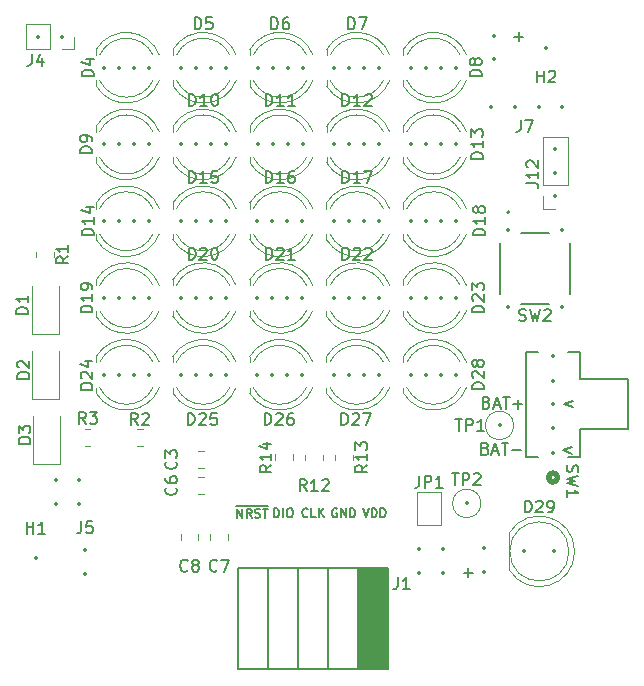
<source format=gto>
%TF.GenerationSoftware,KiCad,Pcbnew,8.0.4*%
%TF.CreationDate,2024-08-07T18:13:10-04:00*%
%TF.ProjectId,led_2048,6c65645f-3230-4343-982e-6b696361645f,rev?*%
%TF.SameCoordinates,Original*%
%TF.FileFunction,Legend,Top*%
%TF.FilePolarity,Positive*%
%FSLAX46Y46*%
G04 Gerber Fmt 4.6, Leading zero omitted, Abs format (unit mm)*
G04 Created by KiCad (PCBNEW 8.0.4) date 2024-08-07 18:13:10*
%MOMM*%
%LPD*%
G01*
G04 APERTURE LIST*
%ADD10C,0.150000*%
%ADD11C,0.120000*%
%ADD12C,0.508000*%
%ADD13C,0.152400*%
%ADD14C,0.127000*%
%ADD15C,0.200000*%
%ADD16C,0.350000*%
G04 APERTURE END LIST*
D10*
X216336779Y-94788866D02*
X217098684Y-94788866D01*
X216717731Y-95169819D02*
X216717731Y-94407914D01*
X205595112Y-89345963D02*
X205523684Y-89310249D01*
X205523684Y-89310249D02*
X205416541Y-89310249D01*
X205416541Y-89310249D02*
X205309398Y-89345963D01*
X205309398Y-89345963D02*
X205237969Y-89417392D01*
X205237969Y-89417392D02*
X205202255Y-89488820D01*
X205202255Y-89488820D02*
X205166541Y-89631677D01*
X205166541Y-89631677D02*
X205166541Y-89738820D01*
X205166541Y-89738820D02*
X205202255Y-89881677D01*
X205202255Y-89881677D02*
X205237969Y-89953106D01*
X205237969Y-89953106D02*
X205309398Y-90024535D01*
X205309398Y-90024535D02*
X205416541Y-90060249D01*
X205416541Y-90060249D02*
X205487969Y-90060249D01*
X205487969Y-90060249D02*
X205595112Y-90024535D01*
X205595112Y-90024535D02*
X205630826Y-89988820D01*
X205630826Y-89988820D02*
X205630826Y-89738820D01*
X205630826Y-89738820D02*
X205487969Y-89738820D01*
X205952255Y-90060249D02*
X205952255Y-89310249D01*
X205952255Y-89310249D02*
X206380826Y-90060249D01*
X206380826Y-90060249D02*
X206380826Y-89310249D01*
X206737969Y-90060249D02*
X206737969Y-89310249D01*
X206737969Y-89310249D02*
X206916540Y-89310249D01*
X206916540Y-89310249D02*
X207023683Y-89345963D01*
X207023683Y-89345963D02*
X207095112Y-89417392D01*
X207095112Y-89417392D02*
X207130826Y-89488820D01*
X207130826Y-89488820D02*
X207166540Y-89631677D01*
X207166540Y-89631677D02*
X207166540Y-89738820D01*
X207166540Y-89738820D02*
X207130826Y-89881677D01*
X207130826Y-89881677D02*
X207095112Y-89953106D01*
X207095112Y-89953106D02*
X207023683Y-90024535D01*
X207023683Y-90024535D02*
X206916540Y-90060249D01*
X206916540Y-90060249D02*
X206737969Y-90060249D01*
X207795112Y-89310249D02*
X208045112Y-90060249D01*
X208045112Y-90060249D02*
X208295112Y-89310249D01*
X208545112Y-90060249D02*
X208545112Y-89310249D01*
X208545112Y-89310249D02*
X208723683Y-89310249D01*
X208723683Y-89310249D02*
X208830826Y-89345963D01*
X208830826Y-89345963D02*
X208902255Y-89417392D01*
X208902255Y-89417392D02*
X208937969Y-89488820D01*
X208937969Y-89488820D02*
X208973683Y-89631677D01*
X208973683Y-89631677D02*
X208973683Y-89738820D01*
X208973683Y-89738820D02*
X208937969Y-89881677D01*
X208937969Y-89881677D02*
X208902255Y-89953106D01*
X208902255Y-89953106D02*
X208830826Y-90024535D01*
X208830826Y-90024535D02*
X208723683Y-90060249D01*
X208723683Y-90060249D02*
X208545112Y-90060249D01*
X209295112Y-90060249D02*
X209295112Y-89310249D01*
X209295112Y-89310249D02*
X209473683Y-89310249D01*
X209473683Y-89310249D02*
X209580826Y-89345963D01*
X209580826Y-89345963D02*
X209652255Y-89417392D01*
X209652255Y-89417392D02*
X209687969Y-89488820D01*
X209687969Y-89488820D02*
X209723683Y-89631677D01*
X209723683Y-89631677D02*
X209723683Y-89738820D01*
X209723683Y-89738820D02*
X209687969Y-89881677D01*
X209687969Y-89881677D02*
X209652255Y-89953106D01*
X209652255Y-89953106D02*
X209580826Y-90024535D01*
X209580826Y-90024535D02*
X209473683Y-90060249D01*
X209473683Y-90060249D02*
X209295112Y-90060249D01*
X203130826Y-89988820D02*
X203095112Y-90024535D01*
X203095112Y-90024535D02*
X202987969Y-90060249D01*
X202987969Y-90060249D02*
X202916541Y-90060249D01*
X202916541Y-90060249D02*
X202809398Y-90024535D01*
X202809398Y-90024535D02*
X202737969Y-89953106D01*
X202737969Y-89953106D02*
X202702255Y-89881677D01*
X202702255Y-89881677D02*
X202666541Y-89738820D01*
X202666541Y-89738820D02*
X202666541Y-89631677D01*
X202666541Y-89631677D02*
X202702255Y-89488820D01*
X202702255Y-89488820D02*
X202737969Y-89417392D01*
X202737969Y-89417392D02*
X202809398Y-89345963D01*
X202809398Y-89345963D02*
X202916541Y-89310249D01*
X202916541Y-89310249D02*
X202987969Y-89310249D01*
X202987969Y-89310249D02*
X203095112Y-89345963D01*
X203095112Y-89345963D02*
X203130826Y-89381677D01*
X203809398Y-90060249D02*
X203452255Y-90060249D01*
X203452255Y-90060249D02*
X203452255Y-89310249D01*
X204059398Y-90060249D02*
X204059398Y-89310249D01*
X204487969Y-90060249D02*
X204166541Y-89631677D01*
X204487969Y-89310249D02*
X204059398Y-89738820D01*
X197177255Y-90100414D02*
X197177255Y-89350414D01*
X197177255Y-89350414D02*
X197605826Y-90100414D01*
X197605826Y-90100414D02*
X197605826Y-89350414D01*
X198391540Y-90100414D02*
X198141540Y-89743271D01*
X197962969Y-90100414D02*
X197962969Y-89350414D01*
X197962969Y-89350414D02*
X198248683Y-89350414D01*
X198248683Y-89350414D02*
X198320112Y-89386128D01*
X198320112Y-89386128D02*
X198355826Y-89421842D01*
X198355826Y-89421842D02*
X198391540Y-89493271D01*
X198391540Y-89493271D02*
X198391540Y-89600414D01*
X198391540Y-89600414D02*
X198355826Y-89671842D01*
X198355826Y-89671842D02*
X198320112Y-89707557D01*
X198320112Y-89707557D02*
X198248683Y-89743271D01*
X198248683Y-89743271D02*
X197962969Y-89743271D01*
X198677255Y-90064700D02*
X198784398Y-90100414D01*
X198784398Y-90100414D02*
X198962969Y-90100414D01*
X198962969Y-90100414D02*
X199034398Y-90064700D01*
X199034398Y-90064700D02*
X199070112Y-90028985D01*
X199070112Y-90028985D02*
X199105826Y-89957557D01*
X199105826Y-89957557D02*
X199105826Y-89886128D01*
X199105826Y-89886128D02*
X199070112Y-89814700D01*
X199070112Y-89814700D02*
X199034398Y-89778985D01*
X199034398Y-89778985D02*
X198962969Y-89743271D01*
X198962969Y-89743271D02*
X198820112Y-89707557D01*
X198820112Y-89707557D02*
X198748683Y-89671842D01*
X198748683Y-89671842D02*
X198712969Y-89636128D01*
X198712969Y-89636128D02*
X198677255Y-89564700D01*
X198677255Y-89564700D02*
X198677255Y-89493271D01*
X198677255Y-89493271D02*
X198712969Y-89421842D01*
X198712969Y-89421842D02*
X198748683Y-89386128D01*
X198748683Y-89386128D02*
X198820112Y-89350414D01*
X198820112Y-89350414D02*
X198998683Y-89350414D01*
X198998683Y-89350414D02*
X199105826Y-89386128D01*
X199320112Y-89350414D02*
X199748684Y-89350414D01*
X199534398Y-90100414D02*
X199534398Y-89350414D01*
X197073684Y-89142200D02*
X199745113Y-89142200D01*
X220611779Y-49388866D02*
X221373684Y-49388866D01*
X220992731Y-49769819D02*
X220992731Y-49007914D01*
X200302255Y-90060249D02*
X200302255Y-89310249D01*
X200302255Y-89310249D02*
X200480826Y-89310249D01*
X200480826Y-89310249D02*
X200587969Y-89345963D01*
X200587969Y-89345963D02*
X200659398Y-89417392D01*
X200659398Y-89417392D02*
X200695112Y-89488820D01*
X200695112Y-89488820D02*
X200730826Y-89631677D01*
X200730826Y-89631677D02*
X200730826Y-89738820D01*
X200730826Y-89738820D02*
X200695112Y-89881677D01*
X200695112Y-89881677D02*
X200659398Y-89953106D01*
X200659398Y-89953106D02*
X200587969Y-90024535D01*
X200587969Y-90024535D02*
X200480826Y-90060249D01*
X200480826Y-90060249D02*
X200302255Y-90060249D01*
X201052255Y-90060249D02*
X201052255Y-89310249D01*
X201552255Y-89310249D02*
X201695112Y-89310249D01*
X201695112Y-89310249D02*
X201766541Y-89345963D01*
X201766541Y-89345963D02*
X201837969Y-89417392D01*
X201837969Y-89417392D02*
X201873684Y-89560249D01*
X201873684Y-89560249D02*
X201873684Y-89810249D01*
X201873684Y-89810249D02*
X201837969Y-89953106D01*
X201837969Y-89953106D02*
X201766541Y-90024535D01*
X201766541Y-90024535D02*
X201695112Y-90060249D01*
X201695112Y-90060249D02*
X201552255Y-90060249D01*
X201552255Y-90060249D02*
X201480827Y-90024535D01*
X201480827Y-90024535D02*
X201409398Y-89953106D01*
X201409398Y-89953106D02*
X201373684Y-89810249D01*
X201373684Y-89810249D02*
X201373684Y-89560249D01*
X201373684Y-89560249D02*
X201409398Y-89417392D01*
X201409398Y-89417392D02*
X201480827Y-89345963D01*
X201480827Y-89345963D02*
X201552255Y-89310249D01*
X218270112Y-80346009D02*
X218412969Y-80393628D01*
X218412969Y-80393628D02*
X218460588Y-80441247D01*
X218460588Y-80441247D02*
X218508207Y-80536485D01*
X218508207Y-80536485D02*
X218508207Y-80679342D01*
X218508207Y-80679342D02*
X218460588Y-80774580D01*
X218460588Y-80774580D02*
X218412969Y-80822200D01*
X218412969Y-80822200D02*
X218317731Y-80869819D01*
X218317731Y-80869819D02*
X217936779Y-80869819D01*
X217936779Y-80869819D02*
X217936779Y-79869819D01*
X217936779Y-79869819D02*
X218270112Y-79869819D01*
X218270112Y-79869819D02*
X218365350Y-79917438D01*
X218365350Y-79917438D02*
X218412969Y-79965057D01*
X218412969Y-79965057D02*
X218460588Y-80060295D01*
X218460588Y-80060295D02*
X218460588Y-80155533D01*
X218460588Y-80155533D02*
X218412969Y-80250771D01*
X218412969Y-80250771D02*
X218365350Y-80298390D01*
X218365350Y-80298390D02*
X218270112Y-80346009D01*
X218270112Y-80346009D02*
X217936779Y-80346009D01*
X218889160Y-80584104D02*
X219365350Y-80584104D01*
X218793922Y-80869819D02*
X219127255Y-79869819D01*
X219127255Y-79869819D02*
X219460588Y-80869819D01*
X219651065Y-79869819D02*
X220222493Y-79869819D01*
X219936779Y-80869819D02*
X219936779Y-79869819D01*
X220555827Y-80488866D02*
X221317732Y-80488866D01*
X220936779Y-80869819D02*
X220936779Y-80107914D01*
X225603447Y-80203152D02*
X224841542Y-80488866D01*
X224841542Y-80488866D02*
X225603447Y-80774580D01*
X218170112Y-84246009D02*
X218312969Y-84293628D01*
X218312969Y-84293628D02*
X218360588Y-84341247D01*
X218360588Y-84341247D02*
X218408207Y-84436485D01*
X218408207Y-84436485D02*
X218408207Y-84579342D01*
X218408207Y-84579342D02*
X218360588Y-84674580D01*
X218360588Y-84674580D02*
X218312969Y-84722200D01*
X218312969Y-84722200D02*
X218217731Y-84769819D01*
X218217731Y-84769819D02*
X217836779Y-84769819D01*
X217836779Y-84769819D02*
X217836779Y-83769819D01*
X217836779Y-83769819D02*
X218170112Y-83769819D01*
X218170112Y-83769819D02*
X218265350Y-83817438D01*
X218265350Y-83817438D02*
X218312969Y-83865057D01*
X218312969Y-83865057D02*
X218360588Y-83960295D01*
X218360588Y-83960295D02*
X218360588Y-84055533D01*
X218360588Y-84055533D02*
X218312969Y-84150771D01*
X218312969Y-84150771D02*
X218265350Y-84198390D01*
X218265350Y-84198390D02*
X218170112Y-84246009D01*
X218170112Y-84246009D02*
X217836779Y-84246009D01*
X218789160Y-84484104D02*
X219265350Y-84484104D01*
X218693922Y-84769819D02*
X219027255Y-83769819D01*
X219027255Y-83769819D02*
X219360588Y-84769819D01*
X219551065Y-83769819D02*
X220122493Y-83769819D01*
X219836779Y-84769819D02*
X219836779Y-83769819D01*
X220455827Y-84388866D02*
X221217732Y-84388866D01*
X225503447Y-84103152D02*
X224741542Y-84388866D01*
X224741542Y-84388866D02*
X225503447Y-84674580D01*
X205985714Y-82254819D02*
X205985714Y-81254819D01*
X205985714Y-81254819D02*
X206223809Y-81254819D01*
X206223809Y-81254819D02*
X206366666Y-81302438D01*
X206366666Y-81302438D02*
X206461904Y-81397676D01*
X206461904Y-81397676D02*
X206509523Y-81492914D01*
X206509523Y-81492914D02*
X206557142Y-81683390D01*
X206557142Y-81683390D02*
X206557142Y-81826247D01*
X206557142Y-81826247D02*
X206509523Y-82016723D01*
X206509523Y-82016723D02*
X206461904Y-82111961D01*
X206461904Y-82111961D02*
X206366666Y-82207200D01*
X206366666Y-82207200D02*
X206223809Y-82254819D01*
X206223809Y-82254819D02*
X205985714Y-82254819D01*
X206938095Y-81350057D02*
X206985714Y-81302438D01*
X206985714Y-81302438D02*
X207080952Y-81254819D01*
X207080952Y-81254819D02*
X207319047Y-81254819D01*
X207319047Y-81254819D02*
X207414285Y-81302438D01*
X207414285Y-81302438D02*
X207461904Y-81350057D01*
X207461904Y-81350057D02*
X207509523Y-81445295D01*
X207509523Y-81445295D02*
X207509523Y-81540533D01*
X207509523Y-81540533D02*
X207461904Y-81683390D01*
X207461904Y-81683390D02*
X206890476Y-82254819D01*
X206890476Y-82254819D02*
X207509523Y-82254819D01*
X207842857Y-81254819D02*
X208509523Y-81254819D01*
X208509523Y-81254819D02*
X208080952Y-82254819D01*
X210766666Y-95154819D02*
X210766666Y-95869104D01*
X210766666Y-95869104D02*
X210719047Y-96011961D01*
X210719047Y-96011961D02*
X210623809Y-96107200D01*
X210623809Y-96107200D02*
X210480952Y-96154819D01*
X210480952Y-96154819D02*
X210385714Y-96154819D01*
X211766666Y-96154819D02*
X211195238Y-96154819D01*
X211480952Y-96154819D02*
X211480952Y-95154819D01*
X211480952Y-95154819D02*
X211385714Y-95297676D01*
X211385714Y-95297676D02*
X211290476Y-95392914D01*
X211290476Y-95392914D02*
X211195238Y-95440533D01*
X203032142Y-87854819D02*
X202698809Y-87378628D01*
X202460714Y-87854819D02*
X202460714Y-86854819D01*
X202460714Y-86854819D02*
X202841666Y-86854819D01*
X202841666Y-86854819D02*
X202936904Y-86902438D01*
X202936904Y-86902438D02*
X202984523Y-86950057D01*
X202984523Y-86950057D02*
X203032142Y-87045295D01*
X203032142Y-87045295D02*
X203032142Y-87188152D01*
X203032142Y-87188152D02*
X202984523Y-87283390D01*
X202984523Y-87283390D02*
X202936904Y-87331009D01*
X202936904Y-87331009D02*
X202841666Y-87378628D01*
X202841666Y-87378628D02*
X202460714Y-87378628D01*
X203984523Y-87854819D02*
X203413095Y-87854819D01*
X203698809Y-87854819D02*
X203698809Y-86854819D01*
X203698809Y-86854819D02*
X203603571Y-86997676D01*
X203603571Y-86997676D02*
X203508333Y-87092914D01*
X203508333Y-87092914D02*
X203413095Y-87140533D01*
X204365476Y-86950057D02*
X204413095Y-86902438D01*
X204413095Y-86902438D02*
X204508333Y-86854819D01*
X204508333Y-86854819D02*
X204746428Y-86854819D01*
X204746428Y-86854819D02*
X204841666Y-86902438D01*
X204841666Y-86902438D02*
X204889285Y-86950057D01*
X204889285Y-86950057D02*
X204936904Y-87045295D01*
X204936904Y-87045295D02*
X204936904Y-87140533D01*
X204936904Y-87140533D02*
X204889285Y-87283390D01*
X204889285Y-87283390D02*
X204317857Y-87854819D01*
X204317857Y-87854819D02*
X204936904Y-87854819D01*
X192958333Y-94569415D02*
X192910714Y-94617035D01*
X192910714Y-94617035D02*
X192767857Y-94664654D01*
X192767857Y-94664654D02*
X192672619Y-94664654D01*
X192672619Y-94664654D02*
X192529762Y-94617035D01*
X192529762Y-94617035D02*
X192434524Y-94521796D01*
X192434524Y-94521796D02*
X192386905Y-94426558D01*
X192386905Y-94426558D02*
X192339286Y-94236082D01*
X192339286Y-94236082D02*
X192339286Y-94093225D01*
X192339286Y-94093225D02*
X192386905Y-93902749D01*
X192386905Y-93902749D02*
X192434524Y-93807511D01*
X192434524Y-93807511D02*
X192529762Y-93712273D01*
X192529762Y-93712273D02*
X192672619Y-93664654D01*
X192672619Y-93664654D02*
X192767857Y-93664654D01*
X192767857Y-93664654D02*
X192910714Y-93712273D01*
X192910714Y-93712273D02*
X192958333Y-93759892D01*
X193529762Y-94093225D02*
X193434524Y-94045606D01*
X193434524Y-94045606D02*
X193386905Y-93997987D01*
X193386905Y-93997987D02*
X193339286Y-93902749D01*
X193339286Y-93902749D02*
X193339286Y-93855130D01*
X193339286Y-93855130D02*
X193386905Y-93759892D01*
X193386905Y-93759892D02*
X193434524Y-93712273D01*
X193434524Y-93712273D02*
X193529762Y-93664654D01*
X193529762Y-93664654D02*
X193720238Y-93664654D01*
X193720238Y-93664654D02*
X193815476Y-93712273D01*
X193815476Y-93712273D02*
X193863095Y-93759892D01*
X193863095Y-93759892D02*
X193910714Y-93855130D01*
X193910714Y-93855130D02*
X193910714Y-93902749D01*
X193910714Y-93902749D02*
X193863095Y-93997987D01*
X193863095Y-93997987D02*
X193815476Y-94045606D01*
X193815476Y-94045606D02*
X193720238Y-94093225D01*
X193720238Y-94093225D02*
X193529762Y-94093225D01*
X193529762Y-94093225D02*
X193434524Y-94140844D01*
X193434524Y-94140844D02*
X193386905Y-94188463D01*
X193386905Y-94188463D02*
X193339286Y-94283701D01*
X193339286Y-94283701D02*
X193339286Y-94474177D01*
X193339286Y-94474177D02*
X193386905Y-94569415D01*
X193386905Y-94569415D02*
X193434524Y-94617035D01*
X193434524Y-94617035D02*
X193529762Y-94664654D01*
X193529762Y-94664654D02*
X193720238Y-94664654D01*
X193720238Y-94664654D02*
X193815476Y-94617035D01*
X193815476Y-94617035D02*
X193863095Y-94569415D01*
X193863095Y-94569415D02*
X193910714Y-94474177D01*
X193910714Y-94474177D02*
X193910714Y-94283701D01*
X193910714Y-94283701D02*
X193863095Y-94188463D01*
X193863095Y-94188463D02*
X193815476Y-94140844D01*
X193815476Y-94140844D02*
X193720238Y-94093225D01*
X218054819Y-72714285D02*
X217054819Y-72714285D01*
X217054819Y-72714285D02*
X217054819Y-72476190D01*
X217054819Y-72476190D02*
X217102438Y-72333333D01*
X217102438Y-72333333D02*
X217197676Y-72238095D01*
X217197676Y-72238095D02*
X217292914Y-72190476D01*
X217292914Y-72190476D02*
X217483390Y-72142857D01*
X217483390Y-72142857D02*
X217626247Y-72142857D01*
X217626247Y-72142857D02*
X217816723Y-72190476D01*
X217816723Y-72190476D02*
X217911961Y-72238095D01*
X217911961Y-72238095D02*
X218007200Y-72333333D01*
X218007200Y-72333333D02*
X218054819Y-72476190D01*
X218054819Y-72476190D02*
X218054819Y-72714285D01*
X217150057Y-71761904D02*
X217102438Y-71714285D01*
X217102438Y-71714285D02*
X217054819Y-71619047D01*
X217054819Y-71619047D02*
X217054819Y-71380952D01*
X217054819Y-71380952D02*
X217102438Y-71285714D01*
X217102438Y-71285714D02*
X217150057Y-71238095D01*
X217150057Y-71238095D02*
X217245295Y-71190476D01*
X217245295Y-71190476D02*
X217340533Y-71190476D01*
X217340533Y-71190476D02*
X217483390Y-71238095D01*
X217483390Y-71238095D02*
X218054819Y-71809523D01*
X218054819Y-71809523D02*
X218054819Y-71190476D01*
X217054819Y-70857142D02*
X217054819Y-70238095D01*
X217054819Y-70238095D02*
X217435771Y-70571428D01*
X217435771Y-70571428D02*
X217435771Y-70428571D01*
X217435771Y-70428571D02*
X217483390Y-70333333D01*
X217483390Y-70333333D02*
X217531009Y-70285714D01*
X217531009Y-70285714D02*
X217626247Y-70238095D01*
X217626247Y-70238095D02*
X217864342Y-70238095D01*
X217864342Y-70238095D02*
X217959580Y-70285714D01*
X217959580Y-70285714D02*
X218007200Y-70333333D01*
X218007200Y-70333333D02*
X218054819Y-70428571D01*
X218054819Y-70428571D02*
X218054819Y-70714285D01*
X218054819Y-70714285D02*
X218007200Y-70809523D01*
X218007200Y-70809523D02*
X217959580Y-70857142D01*
X206075714Y-55254819D02*
X206075714Y-54254819D01*
X206075714Y-54254819D02*
X206313809Y-54254819D01*
X206313809Y-54254819D02*
X206456666Y-54302438D01*
X206456666Y-54302438D02*
X206551904Y-54397676D01*
X206551904Y-54397676D02*
X206599523Y-54492914D01*
X206599523Y-54492914D02*
X206647142Y-54683390D01*
X206647142Y-54683390D02*
X206647142Y-54826247D01*
X206647142Y-54826247D02*
X206599523Y-55016723D01*
X206599523Y-55016723D02*
X206551904Y-55111961D01*
X206551904Y-55111961D02*
X206456666Y-55207200D01*
X206456666Y-55207200D02*
X206313809Y-55254819D01*
X206313809Y-55254819D02*
X206075714Y-55254819D01*
X207599523Y-55254819D02*
X207028095Y-55254819D01*
X207313809Y-55254819D02*
X207313809Y-54254819D01*
X207313809Y-54254819D02*
X207218571Y-54397676D01*
X207218571Y-54397676D02*
X207123333Y-54492914D01*
X207123333Y-54492914D02*
X207028095Y-54540533D01*
X207980476Y-54350057D02*
X208028095Y-54302438D01*
X208028095Y-54302438D02*
X208123333Y-54254819D01*
X208123333Y-54254819D02*
X208361428Y-54254819D01*
X208361428Y-54254819D02*
X208456666Y-54302438D01*
X208456666Y-54302438D02*
X208504285Y-54350057D01*
X208504285Y-54350057D02*
X208551904Y-54445295D01*
X208551904Y-54445295D02*
X208551904Y-54540533D01*
X208551904Y-54540533D02*
X208504285Y-54683390D01*
X208504285Y-54683390D02*
X207932857Y-55254819D01*
X207932857Y-55254819D02*
X208551904Y-55254819D01*
X218054819Y-79214285D02*
X217054819Y-79214285D01*
X217054819Y-79214285D02*
X217054819Y-78976190D01*
X217054819Y-78976190D02*
X217102438Y-78833333D01*
X217102438Y-78833333D02*
X217197676Y-78738095D01*
X217197676Y-78738095D02*
X217292914Y-78690476D01*
X217292914Y-78690476D02*
X217483390Y-78642857D01*
X217483390Y-78642857D02*
X217626247Y-78642857D01*
X217626247Y-78642857D02*
X217816723Y-78690476D01*
X217816723Y-78690476D02*
X217911961Y-78738095D01*
X217911961Y-78738095D02*
X218007200Y-78833333D01*
X218007200Y-78833333D02*
X218054819Y-78976190D01*
X218054819Y-78976190D02*
X218054819Y-79214285D01*
X217150057Y-78261904D02*
X217102438Y-78214285D01*
X217102438Y-78214285D02*
X217054819Y-78119047D01*
X217054819Y-78119047D02*
X217054819Y-77880952D01*
X217054819Y-77880952D02*
X217102438Y-77785714D01*
X217102438Y-77785714D02*
X217150057Y-77738095D01*
X217150057Y-77738095D02*
X217245295Y-77690476D01*
X217245295Y-77690476D02*
X217340533Y-77690476D01*
X217340533Y-77690476D02*
X217483390Y-77738095D01*
X217483390Y-77738095D02*
X218054819Y-78309523D01*
X218054819Y-78309523D02*
X218054819Y-77690476D01*
X217483390Y-77119047D02*
X217435771Y-77214285D01*
X217435771Y-77214285D02*
X217388152Y-77261904D01*
X217388152Y-77261904D02*
X217292914Y-77309523D01*
X217292914Y-77309523D02*
X217245295Y-77309523D01*
X217245295Y-77309523D02*
X217150057Y-77261904D01*
X217150057Y-77261904D02*
X217102438Y-77214285D01*
X217102438Y-77214285D02*
X217054819Y-77119047D01*
X217054819Y-77119047D02*
X217054819Y-76928571D01*
X217054819Y-76928571D02*
X217102438Y-76833333D01*
X217102438Y-76833333D02*
X217150057Y-76785714D01*
X217150057Y-76785714D02*
X217245295Y-76738095D01*
X217245295Y-76738095D02*
X217292914Y-76738095D01*
X217292914Y-76738095D02*
X217388152Y-76785714D01*
X217388152Y-76785714D02*
X217435771Y-76833333D01*
X217435771Y-76833333D02*
X217483390Y-76928571D01*
X217483390Y-76928571D02*
X217483390Y-77119047D01*
X217483390Y-77119047D02*
X217531009Y-77214285D01*
X217531009Y-77214285D02*
X217578628Y-77261904D01*
X217578628Y-77261904D02*
X217673866Y-77309523D01*
X217673866Y-77309523D02*
X217864342Y-77309523D01*
X217864342Y-77309523D02*
X217959580Y-77261904D01*
X217959580Y-77261904D02*
X218007200Y-77214285D01*
X218007200Y-77214285D02*
X218054819Y-77119047D01*
X218054819Y-77119047D02*
X218054819Y-76928571D01*
X218054819Y-76928571D02*
X218007200Y-76833333D01*
X218007200Y-76833333D02*
X217959580Y-76785714D01*
X217959580Y-76785714D02*
X217864342Y-76738095D01*
X217864342Y-76738095D02*
X217673866Y-76738095D01*
X217673866Y-76738095D02*
X217578628Y-76785714D01*
X217578628Y-76785714D02*
X217531009Y-76833333D01*
X217531009Y-76833333D02*
X217483390Y-76928571D01*
X225092800Y-85666667D02*
X225045180Y-85809524D01*
X225045180Y-85809524D02*
X225045180Y-86047619D01*
X225045180Y-86047619D02*
X225092800Y-86142857D01*
X225092800Y-86142857D02*
X225140419Y-86190476D01*
X225140419Y-86190476D02*
X225235657Y-86238095D01*
X225235657Y-86238095D02*
X225330895Y-86238095D01*
X225330895Y-86238095D02*
X225426133Y-86190476D01*
X225426133Y-86190476D02*
X225473752Y-86142857D01*
X225473752Y-86142857D02*
X225521371Y-86047619D01*
X225521371Y-86047619D02*
X225568990Y-85857143D01*
X225568990Y-85857143D02*
X225616609Y-85761905D01*
X225616609Y-85761905D02*
X225664228Y-85714286D01*
X225664228Y-85714286D02*
X225759466Y-85666667D01*
X225759466Y-85666667D02*
X225854704Y-85666667D01*
X225854704Y-85666667D02*
X225949942Y-85714286D01*
X225949942Y-85714286D02*
X225997561Y-85761905D01*
X225997561Y-85761905D02*
X226045180Y-85857143D01*
X226045180Y-85857143D02*
X226045180Y-86095238D01*
X226045180Y-86095238D02*
X225997561Y-86238095D01*
X226045180Y-86571429D02*
X225045180Y-86809524D01*
X225045180Y-86809524D02*
X225759466Y-87000000D01*
X225759466Y-87000000D02*
X225045180Y-87190476D01*
X225045180Y-87190476D02*
X226045180Y-87428572D01*
X225045180Y-88333333D02*
X225045180Y-87761905D01*
X225045180Y-88047619D02*
X226045180Y-88047619D01*
X226045180Y-88047619D02*
X225902323Y-87952381D01*
X225902323Y-87952381D02*
X225807085Y-87857143D01*
X225807085Y-87857143D02*
X225759466Y-87761905D01*
X206551905Y-48754819D02*
X206551905Y-47754819D01*
X206551905Y-47754819D02*
X206790000Y-47754819D01*
X206790000Y-47754819D02*
X206932857Y-47802438D01*
X206932857Y-47802438D02*
X207028095Y-47897676D01*
X207028095Y-47897676D02*
X207075714Y-47992914D01*
X207075714Y-47992914D02*
X207123333Y-48183390D01*
X207123333Y-48183390D02*
X207123333Y-48326247D01*
X207123333Y-48326247D02*
X207075714Y-48516723D01*
X207075714Y-48516723D02*
X207028095Y-48611961D01*
X207028095Y-48611961D02*
X206932857Y-48707200D01*
X206932857Y-48707200D02*
X206790000Y-48754819D01*
X206790000Y-48754819D02*
X206551905Y-48754819D01*
X207456667Y-47754819D02*
X208123333Y-47754819D01*
X208123333Y-47754819D02*
X207694762Y-48754819D01*
X185004819Y-66214285D02*
X184004819Y-66214285D01*
X184004819Y-66214285D02*
X184004819Y-65976190D01*
X184004819Y-65976190D02*
X184052438Y-65833333D01*
X184052438Y-65833333D02*
X184147676Y-65738095D01*
X184147676Y-65738095D02*
X184242914Y-65690476D01*
X184242914Y-65690476D02*
X184433390Y-65642857D01*
X184433390Y-65642857D02*
X184576247Y-65642857D01*
X184576247Y-65642857D02*
X184766723Y-65690476D01*
X184766723Y-65690476D02*
X184861961Y-65738095D01*
X184861961Y-65738095D02*
X184957200Y-65833333D01*
X184957200Y-65833333D02*
X185004819Y-65976190D01*
X185004819Y-65976190D02*
X185004819Y-66214285D01*
X185004819Y-64690476D02*
X185004819Y-65261904D01*
X185004819Y-64976190D02*
X184004819Y-64976190D01*
X184004819Y-64976190D02*
X184147676Y-65071428D01*
X184147676Y-65071428D02*
X184242914Y-65166666D01*
X184242914Y-65166666D02*
X184290533Y-65261904D01*
X184338152Y-63833333D02*
X185004819Y-63833333D01*
X183957200Y-64071428D02*
X184671485Y-64309523D01*
X184671485Y-64309523D02*
X184671485Y-63690476D01*
X206070714Y-68254819D02*
X206070714Y-67254819D01*
X206070714Y-67254819D02*
X206308809Y-67254819D01*
X206308809Y-67254819D02*
X206451666Y-67302438D01*
X206451666Y-67302438D02*
X206546904Y-67397676D01*
X206546904Y-67397676D02*
X206594523Y-67492914D01*
X206594523Y-67492914D02*
X206642142Y-67683390D01*
X206642142Y-67683390D02*
X206642142Y-67826247D01*
X206642142Y-67826247D02*
X206594523Y-68016723D01*
X206594523Y-68016723D02*
X206546904Y-68111961D01*
X206546904Y-68111961D02*
X206451666Y-68207200D01*
X206451666Y-68207200D02*
X206308809Y-68254819D01*
X206308809Y-68254819D02*
X206070714Y-68254819D01*
X207023095Y-67350057D02*
X207070714Y-67302438D01*
X207070714Y-67302438D02*
X207165952Y-67254819D01*
X207165952Y-67254819D02*
X207404047Y-67254819D01*
X207404047Y-67254819D02*
X207499285Y-67302438D01*
X207499285Y-67302438D02*
X207546904Y-67350057D01*
X207546904Y-67350057D02*
X207594523Y-67445295D01*
X207594523Y-67445295D02*
X207594523Y-67540533D01*
X207594523Y-67540533D02*
X207546904Y-67683390D01*
X207546904Y-67683390D02*
X206975476Y-68254819D01*
X206975476Y-68254819D02*
X207594523Y-68254819D01*
X207975476Y-67350057D02*
X208023095Y-67302438D01*
X208023095Y-67302438D02*
X208118333Y-67254819D01*
X208118333Y-67254819D02*
X208356428Y-67254819D01*
X208356428Y-67254819D02*
X208451666Y-67302438D01*
X208451666Y-67302438D02*
X208499285Y-67350057D01*
X208499285Y-67350057D02*
X208546904Y-67445295D01*
X208546904Y-67445295D02*
X208546904Y-67540533D01*
X208546904Y-67540533D02*
X208499285Y-67683390D01*
X208499285Y-67683390D02*
X207927857Y-68254819D01*
X207927857Y-68254819D02*
X208546904Y-68254819D01*
X193551905Y-48754819D02*
X193551905Y-47754819D01*
X193551905Y-47754819D02*
X193790000Y-47754819D01*
X193790000Y-47754819D02*
X193932857Y-47802438D01*
X193932857Y-47802438D02*
X194028095Y-47897676D01*
X194028095Y-47897676D02*
X194075714Y-47992914D01*
X194075714Y-47992914D02*
X194123333Y-48183390D01*
X194123333Y-48183390D02*
X194123333Y-48326247D01*
X194123333Y-48326247D02*
X194075714Y-48516723D01*
X194075714Y-48516723D02*
X194028095Y-48611961D01*
X194028095Y-48611961D02*
X193932857Y-48707200D01*
X193932857Y-48707200D02*
X193790000Y-48754819D01*
X193790000Y-48754819D02*
X193551905Y-48754819D01*
X195028095Y-47754819D02*
X194551905Y-47754819D01*
X194551905Y-47754819D02*
X194504286Y-48231009D01*
X194504286Y-48231009D02*
X194551905Y-48183390D01*
X194551905Y-48183390D02*
X194647143Y-48135771D01*
X194647143Y-48135771D02*
X194885238Y-48135771D01*
X194885238Y-48135771D02*
X194980476Y-48183390D01*
X194980476Y-48183390D02*
X195028095Y-48231009D01*
X195028095Y-48231009D02*
X195075714Y-48326247D01*
X195075714Y-48326247D02*
X195075714Y-48564342D01*
X195075714Y-48564342D02*
X195028095Y-48659580D01*
X195028095Y-48659580D02*
X194980476Y-48707200D01*
X194980476Y-48707200D02*
X194885238Y-48754819D01*
X194885238Y-48754819D02*
X194647143Y-48754819D01*
X194647143Y-48754819D02*
X194551905Y-48707200D01*
X194551905Y-48707200D02*
X194504286Y-48659580D01*
X217954819Y-59714285D02*
X216954819Y-59714285D01*
X216954819Y-59714285D02*
X216954819Y-59476190D01*
X216954819Y-59476190D02*
X217002438Y-59333333D01*
X217002438Y-59333333D02*
X217097676Y-59238095D01*
X217097676Y-59238095D02*
X217192914Y-59190476D01*
X217192914Y-59190476D02*
X217383390Y-59142857D01*
X217383390Y-59142857D02*
X217526247Y-59142857D01*
X217526247Y-59142857D02*
X217716723Y-59190476D01*
X217716723Y-59190476D02*
X217811961Y-59238095D01*
X217811961Y-59238095D02*
X217907200Y-59333333D01*
X217907200Y-59333333D02*
X217954819Y-59476190D01*
X217954819Y-59476190D02*
X217954819Y-59714285D01*
X217954819Y-58190476D02*
X217954819Y-58761904D01*
X217954819Y-58476190D02*
X216954819Y-58476190D01*
X216954819Y-58476190D02*
X217097676Y-58571428D01*
X217097676Y-58571428D02*
X217192914Y-58666666D01*
X217192914Y-58666666D02*
X217240533Y-58761904D01*
X216954819Y-57857142D02*
X216954819Y-57238095D01*
X216954819Y-57238095D02*
X217335771Y-57571428D01*
X217335771Y-57571428D02*
X217335771Y-57428571D01*
X217335771Y-57428571D02*
X217383390Y-57333333D01*
X217383390Y-57333333D02*
X217431009Y-57285714D01*
X217431009Y-57285714D02*
X217526247Y-57238095D01*
X217526247Y-57238095D02*
X217764342Y-57238095D01*
X217764342Y-57238095D02*
X217859580Y-57285714D01*
X217859580Y-57285714D02*
X217907200Y-57333333D01*
X217907200Y-57333333D02*
X217954819Y-57428571D01*
X217954819Y-57428571D02*
X217954819Y-57714285D01*
X217954819Y-57714285D02*
X217907200Y-57809523D01*
X217907200Y-57809523D02*
X217859580Y-57857142D01*
X221041667Y-73407200D02*
X221184524Y-73454819D01*
X221184524Y-73454819D02*
X221422619Y-73454819D01*
X221422619Y-73454819D02*
X221517857Y-73407200D01*
X221517857Y-73407200D02*
X221565476Y-73359580D01*
X221565476Y-73359580D02*
X221613095Y-73264342D01*
X221613095Y-73264342D02*
X221613095Y-73169104D01*
X221613095Y-73169104D02*
X221565476Y-73073866D01*
X221565476Y-73073866D02*
X221517857Y-73026247D01*
X221517857Y-73026247D02*
X221422619Y-72978628D01*
X221422619Y-72978628D02*
X221232143Y-72931009D01*
X221232143Y-72931009D02*
X221136905Y-72883390D01*
X221136905Y-72883390D02*
X221089286Y-72835771D01*
X221089286Y-72835771D02*
X221041667Y-72740533D01*
X221041667Y-72740533D02*
X221041667Y-72645295D01*
X221041667Y-72645295D02*
X221089286Y-72550057D01*
X221089286Y-72550057D02*
X221136905Y-72502438D01*
X221136905Y-72502438D02*
X221232143Y-72454819D01*
X221232143Y-72454819D02*
X221470238Y-72454819D01*
X221470238Y-72454819D02*
X221613095Y-72502438D01*
X221946429Y-72454819D02*
X222184524Y-73454819D01*
X222184524Y-73454819D02*
X222375000Y-72740533D01*
X222375000Y-72740533D02*
X222565476Y-73454819D01*
X222565476Y-73454819D02*
X222803572Y-72454819D01*
X223136905Y-72550057D02*
X223184524Y-72502438D01*
X223184524Y-72502438D02*
X223279762Y-72454819D01*
X223279762Y-72454819D02*
X223517857Y-72454819D01*
X223517857Y-72454819D02*
X223613095Y-72502438D01*
X223613095Y-72502438D02*
X223660714Y-72550057D01*
X223660714Y-72550057D02*
X223708333Y-72645295D01*
X223708333Y-72645295D02*
X223708333Y-72740533D01*
X223708333Y-72740533D02*
X223660714Y-72883390D01*
X223660714Y-72883390D02*
X223089286Y-73454819D01*
X223089286Y-73454819D02*
X223708333Y-73454819D01*
X212566666Y-86554819D02*
X212566666Y-87269104D01*
X212566666Y-87269104D02*
X212519047Y-87411961D01*
X212519047Y-87411961D02*
X212423809Y-87507200D01*
X212423809Y-87507200D02*
X212280952Y-87554819D01*
X212280952Y-87554819D02*
X212185714Y-87554819D01*
X213042857Y-87554819D02*
X213042857Y-86554819D01*
X213042857Y-86554819D02*
X213423809Y-86554819D01*
X213423809Y-86554819D02*
X213519047Y-86602438D01*
X213519047Y-86602438D02*
X213566666Y-86650057D01*
X213566666Y-86650057D02*
X213614285Y-86745295D01*
X213614285Y-86745295D02*
X213614285Y-86888152D01*
X213614285Y-86888152D02*
X213566666Y-86983390D01*
X213566666Y-86983390D02*
X213519047Y-87031009D01*
X213519047Y-87031009D02*
X213423809Y-87078628D01*
X213423809Y-87078628D02*
X213042857Y-87078628D01*
X214566666Y-87554819D02*
X213995238Y-87554819D01*
X214280952Y-87554819D02*
X214280952Y-86554819D01*
X214280952Y-86554819D02*
X214185714Y-86697676D01*
X214185714Y-86697676D02*
X214090476Y-86792914D01*
X214090476Y-86792914D02*
X213995238Y-86840533D01*
X193075714Y-55254819D02*
X193075714Y-54254819D01*
X193075714Y-54254819D02*
X193313809Y-54254819D01*
X193313809Y-54254819D02*
X193456666Y-54302438D01*
X193456666Y-54302438D02*
X193551904Y-54397676D01*
X193551904Y-54397676D02*
X193599523Y-54492914D01*
X193599523Y-54492914D02*
X193647142Y-54683390D01*
X193647142Y-54683390D02*
X193647142Y-54826247D01*
X193647142Y-54826247D02*
X193599523Y-55016723D01*
X193599523Y-55016723D02*
X193551904Y-55111961D01*
X193551904Y-55111961D02*
X193456666Y-55207200D01*
X193456666Y-55207200D02*
X193313809Y-55254819D01*
X193313809Y-55254819D02*
X193075714Y-55254819D01*
X194599523Y-55254819D02*
X194028095Y-55254819D01*
X194313809Y-55254819D02*
X194313809Y-54254819D01*
X194313809Y-54254819D02*
X194218571Y-54397676D01*
X194218571Y-54397676D02*
X194123333Y-54492914D01*
X194123333Y-54492914D02*
X194028095Y-54540533D01*
X195218571Y-54254819D02*
X195313809Y-54254819D01*
X195313809Y-54254819D02*
X195409047Y-54302438D01*
X195409047Y-54302438D02*
X195456666Y-54350057D01*
X195456666Y-54350057D02*
X195504285Y-54445295D01*
X195504285Y-54445295D02*
X195551904Y-54635771D01*
X195551904Y-54635771D02*
X195551904Y-54873866D01*
X195551904Y-54873866D02*
X195504285Y-55064342D01*
X195504285Y-55064342D02*
X195456666Y-55159580D01*
X195456666Y-55159580D02*
X195409047Y-55207200D01*
X195409047Y-55207200D02*
X195313809Y-55254819D01*
X195313809Y-55254819D02*
X195218571Y-55254819D01*
X195218571Y-55254819D02*
X195123333Y-55207200D01*
X195123333Y-55207200D02*
X195075714Y-55159580D01*
X195075714Y-55159580D02*
X195028095Y-55064342D01*
X195028095Y-55064342D02*
X194980476Y-54873866D01*
X194980476Y-54873866D02*
X194980476Y-54635771D01*
X194980476Y-54635771D02*
X195028095Y-54445295D01*
X195028095Y-54445295D02*
X195075714Y-54350057D01*
X195075714Y-54350057D02*
X195123333Y-54302438D01*
X195123333Y-54302438D02*
X195218571Y-54254819D01*
X217854819Y-52738094D02*
X216854819Y-52738094D01*
X216854819Y-52738094D02*
X216854819Y-52499999D01*
X216854819Y-52499999D02*
X216902438Y-52357142D01*
X216902438Y-52357142D02*
X216997676Y-52261904D01*
X216997676Y-52261904D02*
X217092914Y-52214285D01*
X217092914Y-52214285D02*
X217283390Y-52166666D01*
X217283390Y-52166666D02*
X217426247Y-52166666D01*
X217426247Y-52166666D02*
X217616723Y-52214285D01*
X217616723Y-52214285D02*
X217711961Y-52261904D01*
X217711961Y-52261904D02*
X217807200Y-52357142D01*
X217807200Y-52357142D02*
X217854819Y-52499999D01*
X217854819Y-52499999D02*
X217854819Y-52738094D01*
X217283390Y-51595237D02*
X217235771Y-51690475D01*
X217235771Y-51690475D02*
X217188152Y-51738094D01*
X217188152Y-51738094D02*
X217092914Y-51785713D01*
X217092914Y-51785713D02*
X217045295Y-51785713D01*
X217045295Y-51785713D02*
X216950057Y-51738094D01*
X216950057Y-51738094D02*
X216902438Y-51690475D01*
X216902438Y-51690475D02*
X216854819Y-51595237D01*
X216854819Y-51595237D02*
X216854819Y-51404761D01*
X216854819Y-51404761D02*
X216902438Y-51309523D01*
X216902438Y-51309523D02*
X216950057Y-51261904D01*
X216950057Y-51261904D02*
X217045295Y-51214285D01*
X217045295Y-51214285D02*
X217092914Y-51214285D01*
X217092914Y-51214285D02*
X217188152Y-51261904D01*
X217188152Y-51261904D02*
X217235771Y-51309523D01*
X217235771Y-51309523D02*
X217283390Y-51404761D01*
X217283390Y-51404761D02*
X217283390Y-51595237D01*
X217283390Y-51595237D02*
X217331009Y-51690475D01*
X217331009Y-51690475D02*
X217378628Y-51738094D01*
X217378628Y-51738094D02*
X217473866Y-51785713D01*
X217473866Y-51785713D02*
X217664342Y-51785713D01*
X217664342Y-51785713D02*
X217759580Y-51738094D01*
X217759580Y-51738094D02*
X217807200Y-51690475D01*
X217807200Y-51690475D02*
X217854819Y-51595237D01*
X217854819Y-51595237D02*
X217854819Y-51404761D01*
X217854819Y-51404761D02*
X217807200Y-51309523D01*
X217807200Y-51309523D02*
X217759580Y-51261904D01*
X217759580Y-51261904D02*
X217664342Y-51214285D01*
X217664342Y-51214285D02*
X217473866Y-51214285D01*
X217473866Y-51214285D02*
X217378628Y-51261904D01*
X217378628Y-51261904D02*
X217331009Y-51309523D01*
X217331009Y-51309523D02*
X217283390Y-51404761D01*
X185004819Y-52738094D02*
X184004819Y-52738094D01*
X184004819Y-52738094D02*
X184004819Y-52499999D01*
X184004819Y-52499999D02*
X184052438Y-52357142D01*
X184052438Y-52357142D02*
X184147676Y-52261904D01*
X184147676Y-52261904D02*
X184242914Y-52214285D01*
X184242914Y-52214285D02*
X184433390Y-52166666D01*
X184433390Y-52166666D02*
X184576247Y-52166666D01*
X184576247Y-52166666D02*
X184766723Y-52214285D01*
X184766723Y-52214285D02*
X184861961Y-52261904D01*
X184861961Y-52261904D02*
X184957200Y-52357142D01*
X184957200Y-52357142D02*
X185004819Y-52499999D01*
X185004819Y-52499999D02*
X185004819Y-52738094D01*
X184338152Y-51309523D02*
X185004819Y-51309523D01*
X183957200Y-51547618D02*
X184671485Y-51785713D01*
X184671485Y-51785713D02*
X184671485Y-51166666D01*
X199485714Y-82254819D02*
X199485714Y-81254819D01*
X199485714Y-81254819D02*
X199723809Y-81254819D01*
X199723809Y-81254819D02*
X199866666Y-81302438D01*
X199866666Y-81302438D02*
X199961904Y-81397676D01*
X199961904Y-81397676D02*
X200009523Y-81492914D01*
X200009523Y-81492914D02*
X200057142Y-81683390D01*
X200057142Y-81683390D02*
X200057142Y-81826247D01*
X200057142Y-81826247D02*
X200009523Y-82016723D01*
X200009523Y-82016723D02*
X199961904Y-82111961D01*
X199961904Y-82111961D02*
X199866666Y-82207200D01*
X199866666Y-82207200D02*
X199723809Y-82254819D01*
X199723809Y-82254819D02*
X199485714Y-82254819D01*
X200438095Y-81350057D02*
X200485714Y-81302438D01*
X200485714Y-81302438D02*
X200580952Y-81254819D01*
X200580952Y-81254819D02*
X200819047Y-81254819D01*
X200819047Y-81254819D02*
X200914285Y-81302438D01*
X200914285Y-81302438D02*
X200961904Y-81350057D01*
X200961904Y-81350057D02*
X201009523Y-81445295D01*
X201009523Y-81445295D02*
X201009523Y-81540533D01*
X201009523Y-81540533D02*
X200961904Y-81683390D01*
X200961904Y-81683390D02*
X200390476Y-82254819D01*
X200390476Y-82254819D02*
X201009523Y-82254819D01*
X201866666Y-81254819D02*
X201676190Y-81254819D01*
X201676190Y-81254819D02*
X201580952Y-81302438D01*
X201580952Y-81302438D02*
X201533333Y-81350057D01*
X201533333Y-81350057D02*
X201438095Y-81492914D01*
X201438095Y-81492914D02*
X201390476Y-81683390D01*
X201390476Y-81683390D02*
X201390476Y-82064342D01*
X201390476Y-82064342D02*
X201438095Y-82159580D01*
X201438095Y-82159580D02*
X201485714Y-82207200D01*
X201485714Y-82207200D02*
X201580952Y-82254819D01*
X201580952Y-82254819D02*
X201771428Y-82254819D01*
X201771428Y-82254819D02*
X201866666Y-82207200D01*
X201866666Y-82207200D02*
X201914285Y-82159580D01*
X201914285Y-82159580D02*
X201961904Y-82064342D01*
X201961904Y-82064342D02*
X201961904Y-81826247D01*
X201961904Y-81826247D02*
X201914285Y-81731009D01*
X201914285Y-81731009D02*
X201866666Y-81683390D01*
X201866666Y-81683390D02*
X201771428Y-81635771D01*
X201771428Y-81635771D02*
X201580952Y-81635771D01*
X201580952Y-81635771D02*
X201485714Y-81683390D01*
X201485714Y-81683390D02*
X201438095Y-81731009D01*
X201438095Y-81731009D02*
X201390476Y-81826247D01*
X200051905Y-48754819D02*
X200051905Y-47754819D01*
X200051905Y-47754819D02*
X200290000Y-47754819D01*
X200290000Y-47754819D02*
X200432857Y-47802438D01*
X200432857Y-47802438D02*
X200528095Y-47897676D01*
X200528095Y-47897676D02*
X200575714Y-47992914D01*
X200575714Y-47992914D02*
X200623333Y-48183390D01*
X200623333Y-48183390D02*
X200623333Y-48326247D01*
X200623333Y-48326247D02*
X200575714Y-48516723D01*
X200575714Y-48516723D02*
X200528095Y-48611961D01*
X200528095Y-48611961D02*
X200432857Y-48707200D01*
X200432857Y-48707200D02*
X200290000Y-48754819D01*
X200290000Y-48754819D02*
X200051905Y-48754819D01*
X201480476Y-47754819D02*
X201290000Y-47754819D01*
X201290000Y-47754819D02*
X201194762Y-47802438D01*
X201194762Y-47802438D02*
X201147143Y-47850057D01*
X201147143Y-47850057D02*
X201051905Y-47992914D01*
X201051905Y-47992914D02*
X201004286Y-48183390D01*
X201004286Y-48183390D02*
X201004286Y-48564342D01*
X201004286Y-48564342D02*
X201051905Y-48659580D01*
X201051905Y-48659580D02*
X201099524Y-48707200D01*
X201099524Y-48707200D02*
X201194762Y-48754819D01*
X201194762Y-48754819D02*
X201385238Y-48754819D01*
X201385238Y-48754819D02*
X201480476Y-48707200D01*
X201480476Y-48707200D02*
X201528095Y-48659580D01*
X201528095Y-48659580D02*
X201575714Y-48564342D01*
X201575714Y-48564342D02*
X201575714Y-48326247D01*
X201575714Y-48326247D02*
X201528095Y-48231009D01*
X201528095Y-48231009D02*
X201480476Y-48183390D01*
X201480476Y-48183390D02*
X201385238Y-48135771D01*
X201385238Y-48135771D02*
X201194762Y-48135771D01*
X201194762Y-48135771D02*
X201099524Y-48183390D01*
X201099524Y-48183390D02*
X201051905Y-48231009D01*
X201051905Y-48231009D02*
X201004286Y-48326247D01*
X221510714Y-89654819D02*
X221510714Y-88654819D01*
X221510714Y-88654819D02*
X221748809Y-88654819D01*
X221748809Y-88654819D02*
X221891666Y-88702438D01*
X221891666Y-88702438D02*
X221986904Y-88797676D01*
X221986904Y-88797676D02*
X222034523Y-88892914D01*
X222034523Y-88892914D02*
X222082142Y-89083390D01*
X222082142Y-89083390D02*
X222082142Y-89226247D01*
X222082142Y-89226247D02*
X222034523Y-89416723D01*
X222034523Y-89416723D02*
X221986904Y-89511961D01*
X221986904Y-89511961D02*
X221891666Y-89607200D01*
X221891666Y-89607200D02*
X221748809Y-89654819D01*
X221748809Y-89654819D02*
X221510714Y-89654819D01*
X222463095Y-88750057D02*
X222510714Y-88702438D01*
X222510714Y-88702438D02*
X222605952Y-88654819D01*
X222605952Y-88654819D02*
X222844047Y-88654819D01*
X222844047Y-88654819D02*
X222939285Y-88702438D01*
X222939285Y-88702438D02*
X222986904Y-88750057D01*
X222986904Y-88750057D02*
X223034523Y-88845295D01*
X223034523Y-88845295D02*
X223034523Y-88940533D01*
X223034523Y-88940533D02*
X222986904Y-89083390D01*
X222986904Y-89083390D02*
X222415476Y-89654819D01*
X222415476Y-89654819D02*
X223034523Y-89654819D01*
X223510714Y-89654819D02*
X223701190Y-89654819D01*
X223701190Y-89654819D02*
X223796428Y-89607200D01*
X223796428Y-89607200D02*
X223844047Y-89559580D01*
X223844047Y-89559580D02*
X223939285Y-89416723D01*
X223939285Y-89416723D02*
X223986904Y-89226247D01*
X223986904Y-89226247D02*
X223986904Y-88845295D01*
X223986904Y-88845295D02*
X223939285Y-88750057D01*
X223939285Y-88750057D02*
X223891666Y-88702438D01*
X223891666Y-88702438D02*
X223796428Y-88654819D01*
X223796428Y-88654819D02*
X223605952Y-88654819D01*
X223605952Y-88654819D02*
X223510714Y-88702438D01*
X223510714Y-88702438D02*
X223463095Y-88750057D01*
X223463095Y-88750057D02*
X223415476Y-88845295D01*
X223415476Y-88845295D02*
X223415476Y-89083390D01*
X223415476Y-89083390D02*
X223463095Y-89178628D01*
X223463095Y-89178628D02*
X223510714Y-89226247D01*
X223510714Y-89226247D02*
X223605952Y-89273866D01*
X223605952Y-89273866D02*
X223796428Y-89273866D01*
X223796428Y-89273866D02*
X223891666Y-89226247D01*
X223891666Y-89226247D02*
X223939285Y-89178628D01*
X223939285Y-89178628D02*
X223986904Y-89083390D01*
X179338095Y-91454819D02*
X179338095Y-90454819D01*
X179338095Y-90931009D02*
X179909523Y-90931009D01*
X179909523Y-91454819D02*
X179909523Y-90454819D01*
X180909523Y-91454819D02*
X180338095Y-91454819D01*
X180623809Y-91454819D02*
X180623809Y-90454819D01*
X180623809Y-90454819D02*
X180528571Y-90597676D01*
X180528571Y-90597676D02*
X180433333Y-90692914D01*
X180433333Y-90692914D02*
X180338095Y-90740533D01*
X215338095Y-86354819D02*
X215909523Y-86354819D01*
X215623809Y-87354819D02*
X215623809Y-86354819D01*
X216242857Y-87354819D02*
X216242857Y-86354819D01*
X216242857Y-86354819D02*
X216623809Y-86354819D01*
X216623809Y-86354819D02*
X216719047Y-86402438D01*
X216719047Y-86402438D02*
X216766666Y-86450057D01*
X216766666Y-86450057D02*
X216814285Y-86545295D01*
X216814285Y-86545295D02*
X216814285Y-86688152D01*
X216814285Y-86688152D02*
X216766666Y-86783390D01*
X216766666Y-86783390D02*
X216719047Y-86831009D01*
X216719047Y-86831009D02*
X216623809Y-86878628D01*
X216623809Y-86878628D02*
X216242857Y-86878628D01*
X217195238Y-86450057D02*
X217242857Y-86402438D01*
X217242857Y-86402438D02*
X217338095Y-86354819D01*
X217338095Y-86354819D02*
X217576190Y-86354819D01*
X217576190Y-86354819D02*
X217671428Y-86402438D01*
X217671428Y-86402438D02*
X217719047Y-86450057D01*
X217719047Y-86450057D02*
X217766666Y-86545295D01*
X217766666Y-86545295D02*
X217766666Y-86640533D01*
X217766666Y-86640533D02*
X217719047Y-86783390D01*
X217719047Y-86783390D02*
X217147619Y-87354819D01*
X217147619Y-87354819D02*
X217766666Y-87354819D01*
X179554819Y-78338094D02*
X178554819Y-78338094D01*
X178554819Y-78338094D02*
X178554819Y-78099999D01*
X178554819Y-78099999D02*
X178602438Y-77957142D01*
X178602438Y-77957142D02*
X178697676Y-77861904D01*
X178697676Y-77861904D02*
X178792914Y-77814285D01*
X178792914Y-77814285D02*
X178983390Y-77766666D01*
X178983390Y-77766666D02*
X179126247Y-77766666D01*
X179126247Y-77766666D02*
X179316723Y-77814285D01*
X179316723Y-77814285D02*
X179411961Y-77861904D01*
X179411961Y-77861904D02*
X179507200Y-77957142D01*
X179507200Y-77957142D02*
X179554819Y-78099999D01*
X179554819Y-78099999D02*
X179554819Y-78338094D01*
X178650057Y-77385713D02*
X178602438Y-77338094D01*
X178602438Y-77338094D02*
X178554819Y-77242856D01*
X178554819Y-77242856D02*
X178554819Y-77004761D01*
X178554819Y-77004761D02*
X178602438Y-76909523D01*
X178602438Y-76909523D02*
X178650057Y-76861904D01*
X178650057Y-76861904D02*
X178745295Y-76814285D01*
X178745295Y-76814285D02*
X178840533Y-76814285D01*
X178840533Y-76814285D02*
X178983390Y-76861904D01*
X178983390Y-76861904D02*
X179554819Y-77433332D01*
X179554819Y-77433332D02*
X179554819Y-76814285D01*
X192985714Y-82254819D02*
X192985714Y-81254819D01*
X192985714Y-81254819D02*
X193223809Y-81254819D01*
X193223809Y-81254819D02*
X193366666Y-81302438D01*
X193366666Y-81302438D02*
X193461904Y-81397676D01*
X193461904Y-81397676D02*
X193509523Y-81492914D01*
X193509523Y-81492914D02*
X193557142Y-81683390D01*
X193557142Y-81683390D02*
X193557142Y-81826247D01*
X193557142Y-81826247D02*
X193509523Y-82016723D01*
X193509523Y-82016723D02*
X193461904Y-82111961D01*
X193461904Y-82111961D02*
X193366666Y-82207200D01*
X193366666Y-82207200D02*
X193223809Y-82254819D01*
X193223809Y-82254819D02*
X192985714Y-82254819D01*
X193938095Y-81350057D02*
X193985714Y-81302438D01*
X193985714Y-81302438D02*
X194080952Y-81254819D01*
X194080952Y-81254819D02*
X194319047Y-81254819D01*
X194319047Y-81254819D02*
X194414285Y-81302438D01*
X194414285Y-81302438D02*
X194461904Y-81350057D01*
X194461904Y-81350057D02*
X194509523Y-81445295D01*
X194509523Y-81445295D02*
X194509523Y-81540533D01*
X194509523Y-81540533D02*
X194461904Y-81683390D01*
X194461904Y-81683390D02*
X193890476Y-82254819D01*
X193890476Y-82254819D02*
X194509523Y-82254819D01*
X195414285Y-81254819D02*
X194938095Y-81254819D01*
X194938095Y-81254819D02*
X194890476Y-81731009D01*
X194890476Y-81731009D02*
X194938095Y-81683390D01*
X194938095Y-81683390D02*
X195033333Y-81635771D01*
X195033333Y-81635771D02*
X195271428Y-81635771D01*
X195271428Y-81635771D02*
X195366666Y-81683390D01*
X195366666Y-81683390D02*
X195414285Y-81731009D01*
X195414285Y-81731009D02*
X195461904Y-81826247D01*
X195461904Y-81826247D02*
X195461904Y-82064342D01*
X195461904Y-82064342D02*
X195414285Y-82159580D01*
X195414285Y-82159580D02*
X195366666Y-82207200D01*
X195366666Y-82207200D02*
X195271428Y-82254819D01*
X195271428Y-82254819D02*
X195033333Y-82254819D01*
X195033333Y-82254819D02*
X194938095Y-82207200D01*
X194938095Y-82207200D02*
X194890476Y-82159580D01*
X191959580Y-87566666D02*
X192007200Y-87614285D01*
X192007200Y-87614285D02*
X192054819Y-87757142D01*
X192054819Y-87757142D02*
X192054819Y-87852380D01*
X192054819Y-87852380D02*
X192007200Y-87995237D01*
X192007200Y-87995237D02*
X191911961Y-88090475D01*
X191911961Y-88090475D02*
X191816723Y-88138094D01*
X191816723Y-88138094D02*
X191626247Y-88185713D01*
X191626247Y-88185713D02*
X191483390Y-88185713D01*
X191483390Y-88185713D02*
X191292914Y-88138094D01*
X191292914Y-88138094D02*
X191197676Y-88090475D01*
X191197676Y-88090475D02*
X191102438Y-87995237D01*
X191102438Y-87995237D02*
X191054819Y-87852380D01*
X191054819Y-87852380D02*
X191054819Y-87757142D01*
X191054819Y-87757142D02*
X191102438Y-87614285D01*
X191102438Y-87614285D02*
X191150057Y-87566666D01*
X191054819Y-86709523D02*
X191054819Y-86899999D01*
X191054819Y-86899999D02*
X191102438Y-86995237D01*
X191102438Y-86995237D02*
X191150057Y-87042856D01*
X191150057Y-87042856D02*
X191292914Y-87138094D01*
X191292914Y-87138094D02*
X191483390Y-87185713D01*
X191483390Y-87185713D02*
X191864342Y-87185713D01*
X191864342Y-87185713D02*
X191959580Y-87138094D01*
X191959580Y-87138094D02*
X192007200Y-87090475D01*
X192007200Y-87090475D02*
X192054819Y-86995237D01*
X192054819Y-86995237D02*
X192054819Y-86804761D01*
X192054819Y-86804761D02*
X192007200Y-86709523D01*
X192007200Y-86709523D02*
X191959580Y-86661904D01*
X191959580Y-86661904D02*
X191864342Y-86614285D01*
X191864342Y-86614285D02*
X191626247Y-86614285D01*
X191626247Y-86614285D02*
X191531009Y-86661904D01*
X191531009Y-86661904D02*
X191483390Y-86709523D01*
X191483390Y-86709523D02*
X191435771Y-86804761D01*
X191435771Y-86804761D02*
X191435771Y-86995237D01*
X191435771Y-86995237D02*
X191483390Y-87090475D01*
X191483390Y-87090475D02*
X191531009Y-87138094D01*
X191531009Y-87138094D02*
X191626247Y-87185713D01*
X195458333Y-94569415D02*
X195410714Y-94617035D01*
X195410714Y-94617035D02*
X195267857Y-94664654D01*
X195267857Y-94664654D02*
X195172619Y-94664654D01*
X195172619Y-94664654D02*
X195029762Y-94617035D01*
X195029762Y-94617035D02*
X194934524Y-94521796D01*
X194934524Y-94521796D02*
X194886905Y-94426558D01*
X194886905Y-94426558D02*
X194839286Y-94236082D01*
X194839286Y-94236082D02*
X194839286Y-94093225D01*
X194839286Y-94093225D02*
X194886905Y-93902749D01*
X194886905Y-93902749D02*
X194934524Y-93807511D01*
X194934524Y-93807511D02*
X195029762Y-93712273D01*
X195029762Y-93712273D02*
X195172619Y-93664654D01*
X195172619Y-93664654D02*
X195267857Y-93664654D01*
X195267857Y-93664654D02*
X195410714Y-93712273D01*
X195410714Y-93712273D02*
X195458333Y-93759892D01*
X195791667Y-93664654D02*
X196458333Y-93664654D01*
X196458333Y-93664654D02*
X196029762Y-94664654D01*
X193065714Y-68254819D02*
X193065714Y-67254819D01*
X193065714Y-67254819D02*
X193303809Y-67254819D01*
X193303809Y-67254819D02*
X193446666Y-67302438D01*
X193446666Y-67302438D02*
X193541904Y-67397676D01*
X193541904Y-67397676D02*
X193589523Y-67492914D01*
X193589523Y-67492914D02*
X193637142Y-67683390D01*
X193637142Y-67683390D02*
X193637142Y-67826247D01*
X193637142Y-67826247D02*
X193589523Y-68016723D01*
X193589523Y-68016723D02*
X193541904Y-68111961D01*
X193541904Y-68111961D02*
X193446666Y-68207200D01*
X193446666Y-68207200D02*
X193303809Y-68254819D01*
X193303809Y-68254819D02*
X193065714Y-68254819D01*
X194018095Y-67350057D02*
X194065714Y-67302438D01*
X194065714Y-67302438D02*
X194160952Y-67254819D01*
X194160952Y-67254819D02*
X194399047Y-67254819D01*
X194399047Y-67254819D02*
X194494285Y-67302438D01*
X194494285Y-67302438D02*
X194541904Y-67350057D01*
X194541904Y-67350057D02*
X194589523Y-67445295D01*
X194589523Y-67445295D02*
X194589523Y-67540533D01*
X194589523Y-67540533D02*
X194541904Y-67683390D01*
X194541904Y-67683390D02*
X193970476Y-68254819D01*
X193970476Y-68254819D02*
X194589523Y-68254819D01*
X195208571Y-67254819D02*
X195303809Y-67254819D01*
X195303809Y-67254819D02*
X195399047Y-67302438D01*
X195399047Y-67302438D02*
X195446666Y-67350057D01*
X195446666Y-67350057D02*
X195494285Y-67445295D01*
X195494285Y-67445295D02*
X195541904Y-67635771D01*
X195541904Y-67635771D02*
X195541904Y-67873866D01*
X195541904Y-67873866D02*
X195494285Y-68064342D01*
X195494285Y-68064342D02*
X195446666Y-68159580D01*
X195446666Y-68159580D02*
X195399047Y-68207200D01*
X195399047Y-68207200D02*
X195303809Y-68254819D01*
X195303809Y-68254819D02*
X195208571Y-68254819D01*
X195208571Y-68254819D02*
X195113333Y-68207200D01*
X195113333Y-68207200D02*
X195065714Y-68159580D01*
X195065714Y-68159580D02*
X195018095Y-68064342D01*
X195018095Y-68064342D02*
X194970476Y-67873866D01*
X194970476Y-67873866D02*
X194970476Y-67635771D01*
X194970476Y-67635771D02*
X195018095Y-67445295D01*
X195018095Y-67445295D02*
X195065714Y-67350057D01*
X195065714Y-67350057D02*
X195113333Y-67302438D01*
X195113333Y-67302438D02*
X195208571Y-67254819D01*
X221654819Y-61809523D02*
X222369104Y-61809523D01*
X222369104Y-61809523D02*
X222511961Y-61857142D01*
X222511961Y-61857142D02*
X222607200Y-61952380D01*
X222607200Y-61952380D02*
X222654819Y-62095237D01*
X222654819Y-62095237D02*
X222654819Y-62190475D01*
X222654819Y-60809523D02*
X222654819Y-61380951D01*
X222654819Y-61095237D02*
X221654819Y-61095237D01*
X221654819Y-61095237D02*
X221797676Y-61190475D01*
X221797676Y-61190475D02*
X221892914Y-61285713D01*
X221892914Y-61285713D02*
X221940533Y-61380951D01*
X221750057Y-60428570D02*
X221702438Y-60380951D01*
X221702438Y-60380951D02*
X221654819Y-60285713D01*
X221654819Y-60285713D02*
X221654819Y-60047618D01*
X221654819Y-60047618D02*
X221702438Y-59952380D01*
X221702438Y-59952380D02*
X221750057Y-59904761D01*
X221750057Y-59904761D02*
X221845295Y-59857142D01*
X221845295Y-59857142D02*
X221940533Y-59857142D01*
X221940533Y-59857142D02*
X222083390Y-59904761D01*
X222083390Y-59904761D02*
X222654819Y-60476189D01*
X222654819Y-60476189D02*
X222654819Y-59857142D01*
X182854819Y-67991666D02*
X182378628Y-68324999D01*
X182854819Y-68563094D02*
X181854819Y-68563094D01*
X181854819Y-68563094D02*
X181854819Y-68182142D01*
X181854819Y-68182142D02*
X181902438Y-68086904D01*
X181902438Y-68086904D02*
X181950057Y-68039285D01*
X181950057Y-68039285D02*
X182045295Y-67991666D01*
X182045295Y-67991666D02*
X182188152Y-67991666D01*
X182188152Y-67991666D02*
X182283390Y-68039285D01*
X182283390Y-68039285D02*
X182331009Y-68086904D01*
X182331009Y-68086904D02*
X182378628Y-68182142D01*
X182378628Y-68182142D02*
X182378628Y-68563094D01*
X182854819Y-67039285D02*
X182854819Y-67610713D01*
X182854819Y-67324999D02*
X181854819Y-67324999D01*
X181854819Y-67324999D02*
X181997676Y-67420237D01*
X181997676Y-67420237D02*
X182092914Y-67515475D01*
X182092914Y-67515475D02*
X182140533Y-67610713D01*
X191959580Y-85366666D02*
X192007200Y-85414285D01*
X192007200Y-85414285D02*
X192054819Y-85557142D01*
X192054819Y-85557142D02*
X192054819Y-85652380D01*
X192054819Y-85652380D02*
X192007200Y-85795237D01*
X192007200Y-85795237D02*
X191911961Y-85890475D01*
X191911961Y-85890475D02*
X191816723Y-85938094D01*
X191816723Y-85938094D02*
X191626247Y-85985713D01*
X191626247Y-85985713D02*
X191483390Y-85985713D01*
X191483390Y-85985713D02*
X191292914Y-85938094D01*
X191292914Y-85938094D02*
X191197676Y-85890475D01*
X191197676Y-85890475D02*
X191102438Y-85795237D01*
X191102438Y-85795237D02*
X191054819Y-85652380D01*
X191054819Y-85652380D02*
X191054819Y-85557142D01*
X191054819Y-85557142D02*
X191102438Y-85414285D01*
X191102438Y-85414285D02*
X191150057Y-85366666D01*
X191054819Y-85033332D02*
X191054819Y-84414285D01*
X191054819Y-84414285D02*
X191435771Y-84747618D01*
X191435771Y-84747618D02*
X191435771Y-84604761D01*
X191435771Y-84604761D02*
X191483390Y-84509523D01*
X191483390Y-84509523D02*
X191531009Y-84461904D01*
X191531009Y-84461904D02*
X191626247Y-84414285D01*
X191626247Y-84414285D02*
X191864342Y-84414285D01*
X191864342Y-84414285D02*
X191959580Y-84461904D01*
X191959580Y-84461904D02*
X192007200Y-84509523D01*
X192007200Y-84509523D02*
X192054819Y-84604761D01*
X192054819Y-84604761D02*
X192054819Y-84890475D01*
X192054819Y-84890475D02*
X192007200Y-84985713D01*
X192007200Y-84985713D02*
X191959580Y-85033332D01*
X179766666Y-50854819D02*
X179766666Y-51569104D01*
X179766666Y-51569104D02*
X179719047Y-51711961D01*
X179719047Y-51711961D02*
X179623809Y-51807200D01*
X179623809Y-51807200D02*
X179480952Y-51854819D01*
X179480952Y-51854819D02*
X179385714Y-51854819D01*
X180671428Y-51188152D02*
X180671428Y-51854819D01*
X180433333Y-50807200D02*
X180195238Y-51521485D01*
X180195238Y-51521485D02*
X180814285Y-51521485D01*
X200054819Y-85642857D02*
X199578628Y-85976190D01*
X200054819Y-86214285D02*
X199054819Y-86214285D01*
X199054819Y-86214285D02*
X199054819Y-85833333D01*
X199054819Y-85833333D02*
X199102438Y-85738095D01*
X199102438Y-85738095D02*
X199150057Y-85690476D01*
X199150057Y-85690476D02*
X199245295Y-85642857D01*
X199245295Y-85642857D02*
X199388152Y-85642857D01*
X199388152Y-85642857D02*
X199483390Y-85690476D01*
X199483390Y-85690476D02*
X199531009Y-85738095D01*
X199531009Y-85738095D02*
X199578628Y-85833333D01*
X199578628Y-85833333D02*
X199578628Y-86214285D01*
X200054819Y-84690476D02*
X200054819Y-85261904D01*
X200054819Y-84976190D02*
X199054819Y-84976190D01*
X199054819Y-84976190D02*
X199197676Y-85071428D01*
X199197676Y-85071428D02*
X199292914Y-85166666D01*
X199292914Y-85166666D02*
X199340533Y-85261904D01*
X199388152Y-83833333D02*
X200054819Y-83833333D01*
X199007200Y-84071428D02*
X199721485Y-84309523D01*
X199721485Y-84309523D02*
X199721485Y-83690476D01*
X208179819Y-85642857D02*
X207703628Y-85976190D01*
X208179819Y-86214285D02*
X207179819Y-86214285D01*
X207179819Y-86214285D02*
X207179819Y-85833333D01*
X207179819Y-85833333D02*
X207227438Y-85738095D01*
X207227438Y-85738095D02*
X207275057Y-85690476D01*
X207275057Y-85690476D02*
X207370295Y-85642857D01*
X207370295Y-85642857D02*
X207513152Y-85642857D01*
X207513152Y-85642857D02*
X207608390Y-85690476D01*
X207608390Y-85690476D02*
X207656009Y-85738095D01*
X207656009Y-85738095D02*
X207703628Y-85833333D01*
X207703628Y-85833333D02*
X207703628Y-86214285D01*
X208179819Y-84690476D02*
X208179819Y-85261904D01*
X208179819Y-84976190D02*
X207179819Y-84976190D01*
X207179819Y-84976190D02*
X207322676Y-85071428D01*
X207322676Y-85071428D02*
X207417914Y-85166666D01*
X207417914Y-85166666D02*
X207465533Y-85261904D01*
X207179819Y-84357142D02*
X207179819Y-83738095D01*
X207179819Y-83738095D02*
X207560771Y-84071428D01*
X207560771Y-84071428D02*
X207560771Y-83928571D01*
X207560771Y-83928571D02*
X207608390Y-83833333D01*
X207608390Y-83833333D02*
X207656009Y-83785714D01*
X207656009Y-83785714D02*
X207751247Y-83738095D01*
X207751247Y-83738095D02*
X207989342Y-83738095D01*
X207989342Y-83738095D02*
X208084580Y-83785714D01*
X208084580Y-83785714D02*
X208132200Y-83833333D01*
X208132200Y-83833333D02*
X208179819Y-83928571D01*
X208179819Y-83928571D02*
X208179819Y-84214285D01*
X208179819Y-84214285D02*
X208132200Y-84309523D01*
X208132200Y-84309523D02*
X208084580Y-84357142D01*
X199575714Y-55254819D02*
X199575714Y-54254819D01*
X199575714Y-54254819D02*
X199813809Y-54254819D01*
X199813809Y-54254819D02*
X199956666Y-54302438D01*
X199956666Y-54302438D02*
X200051904Y-54397676D01*
X200051904Y-54397676D02*
X200099523Y-54492914D01*
X200099523Y-54492914D02*
X200147142Y-54683390D01*
X200147142Y-54683390D02*
X200147142Y-54826247D01*
X200147142Y-54826247D02*
X200099523Y-55016723D01*
X200099523Y-55016723D02*
X200051904Y-55111961D01*
X200051904Y-55111961D02*
X199956666Y-55207200D01*
X199956666Y-55207200D02*
X199813809Y-55254819D01*
X199813809Y-55254819D02*
X199575714Y-55254819D01*
X201099523Y-55254819D02*
X200528095Y-55254819D01*
X200813809Y-55254819D02*
X200813809Y-54254819D01*
X200813809Y-54254819D02*
X200718571Y-54397676D01*
X200718571Y-54397676D02*
X200623333Y-54492914D01*
X200623333Y-54492914D02*
X200528095Y-54540533D01*
X202051904Y-55254819D02*
X201480476Y-55254819D01*
X201766190Y-55254819D02*
X201766190Y-54254819D01*
X201766190Y-54254819D02*
X201670952Y-54397676D01*
X201670952Y-54397676D02*
X201575714Y-54492914D01*
X201575714Y-54492914D02*
X201480476Y-54540533D01*
X193065714Y-61754819D02*
X193065714Y-60754819D01*
X193065714Y-60754819D02*
X193303809Y-60754819D01*
X193303809Y-60754819D02*
X193446666Y-60802438D01*
X193446666Y-60802438D02*
X193541904Y-60897676D01*
X193541904Y-60897676D02*
X193589523Y-60992914D01*
X193589523Y-60992914D02*
X193637142Y-61183390D01*
X193637142Y-61183390D02*
X193637142Y-61326247D01*
X193637142Y-61326247D02*
X193589523Y-61516723D01*
X193589523Y-61516723D02*
X193541904Y-61611961D01*
X193541904Y-61611961D02*
X193446666Y-61707200D01*
X193446666Y-61707200D02*
X193303809Y-61754819D01*
X193303809Y-61754819D02*
X193065714Y-61754819D01*
X194589523Y-61754819D02*
X194018095Y-61754819D01*
X194303809Y-61754819D02*
X194303809Y-60754819D01*
X194303809Y-60754819D02*
X194208571Y-60897676D01*
X194208571Y-60897676D02*
X194113333Y-60992914D01*
X194113333Y-60992914D02*
X194018095Y-61040533D01*
X195494285Y-60754819D02*
X195018095Y-60754819D01*
X195018095Y-60754819D02*
X194970476Y-61231009D01*
X194970476Y-61231009D02*
X195018095Y-61183390D01*
X195018095Y-61183390D02*
X195113333Y-61135771D01*
X195113333Y-61135771D02*
X195351428Y-61135771D01*
X195351428Y-61135771D02*
X195446666Y-61183390D01*
X195446666Y-61183390D02*
X195494285Y-61231009D01*
X195494285Y-61231009D02*
X195541904Y-61326247D01*
X195541904Y-61326247D02*
X195541904Y-61564342D01*
X195541904Y-61564342D02*
X195494285Y-61659580D01*
X195494285Y-61659580D02*
X195446666Y-61707200D01*
X195446666Y-61707200D02*
X195351428Y-61754819D01*
X195351428Y-61754819D02*
X195113333Y-61754819D01*
X195113333Y-61754819D02*
X195018095Y-61707200D01*
X195018095Y-61707200D02*
X194970476Y-61659580D01*
X184904819Y-72714285D02*
X183904819Y-72714285D01*
X183904819Y-72714285D02*
X183904819Y-72476190D01*
X183904819Y-72476190D02*
X183952438Y-72333333D01*
X183952438Y-72333333D02*
X184047676Y-72238095D01*
X184047676Y-72238095D02*
X184142914Y-72190476D01*
X184142914Y-72190476D02*
X184333390Y-72142857D01*
X184333390Y-72142857D02*
X184476247Y-72142857D01*
X184476247Y-72142857D02*
X184666723Y-72190476D01*
X184666723Y-72190476D02*
X184761961Y-72238095D01*
X184761961Y-72238095D02*
X184857200Y-72333333D01*
X184857200Y-72333333D02*
X184904819Y-72476190D01*
X184904819Y-72476190D02*
X184904819Y-72714285D01*
X184904819Y-71190476D02*
X184904819Y-71761904D01*
X184904819Y-71476190D02*
X183904819Y-71476190D01*
X183904819Y-71476190D02*
X184047676Y-71571428D01*
X184047676Y-71571428D02*
X184142914Y-71666666D01*
X184142914Y-71666666D02*
X184190533Y-71761904D01*
X184904819Y-70714285D02*
X184904819Y-70523809D01*
X184904819Y-70523809D02*
X184857200Y-70428571D01*
X184857200Y-70428571D02*
X184809580Y-70380952D01*
X184809580Y-70380952D02*
X184666723Y-70285714D01*
X184666723Y-70285714D02*
X184476247Y-70238095D01*
X184476247Y-70238095D02*
X184095295Y-70238095D01*
X184095295Y-70238095D02*
X184000057Y-70285714D01*
X184000057Y-70285714D02*
X183952438Y-70333333D01*
X183952438Y-70333333D02*
X183904819Y-70428571D01*
X183904819Y-70428571D02*
X183904819Y-70619047D01*
X183904819Y-70619047D02*
X183952438Y-70714285D01*
X183952438Y-70714285D02*
X184000057Y-70761904D01*
X184000057Y-70761904D02*
X184095295Y-70809523D01*
X184095295Y-70809523D02*
X184333390Y-70809523D01*
X184333390Y-70809523D02*
X184428628Y-70761904D01*
X184428628Y-70761904D02*
X184476247Y-70714285D01*
X184476247Y-70714285D02*
X184523866Y-70619047D01*
X184523866Y-70619047D02*
X184523866Y-70428571D01*
X184523866Y-70428571D02*
X184476247Y-70333333D01*
X184476247Y-70333333D02*
X184428628Y-70285714D01*
X184428628Y-70285714D02*
X184333390Y-70238095D01*
X199565714Y-61754819D02*
X199565714Y-60754819D01*
X199565714Y-60754819D02*
X199803809Y-60754819D01*
X199803809Y-60754819D02*
X199946666Y-60802438D01*
X199946666Y-60802438D02*
X200041904Y-60897676D01*
X200041904Y-60897676D02*
X200089523Y-60992914D01*
X200089523Y-60992914D02*
X200137142Y-61183390D01*
X200137142Y-61183390D02*
X200137142Y-61326247D01*
X200137142Y-61326247D02*
X200089523Y-61516723D01*
X200089523Y-61516723D02*
X200041904Y-61611961D01*
X200041904Y-61611961D02*
X199946666Y-61707200D01*
X199946666Y-61707200D02*
X199803809Y-61754819D01*
X199803809Y-61754819D02*
X199565714Y-61754819D01*
X201089523Y-61754819D02*
X200518095Y-61754819D01*
X200803809Y-61754819D02*
X200803809Y-60754819D01*
X200803809Y-60754819D02*
X200708571Y-60897676D01*
X200708571Y-60897676D02*
X200613333Y-60992914D01*
X200613333Y-60992914D02*
X200518095Y-61040533D01*
X201946666Y-60754819D02*
X201756190Y-60754819D01*
X201756190Y-60754819D02*
X201660952Y-60802438D01*
X201660952Y-60802438D02*
X201613333Y-60850057D01*
X201613333Y-60850057D02*
X201518095Y-60992914D01*
X201518095Y-60992914D02*
X201470476Y-61183390D01*
X201470476Y-61183390D02*
X201470476Y-61564342D01*
X201470476Y-61564342D02*
X201518095Y-61659580D01*
X201518095Y-61659580D02*
X201565714Y-61707200D01*
X201565714Y-61707200D02*
X201660952Y-61754819D01*
X201660952Y-61754819D02*
X201851428Y-61754819D01*
X201851428Y-61754819D02*
X201946666Y-61707200D01*
X201946666Y-61707200D02*
X201994285Y-61659580D01*
X201994285Y-61659580D02*
X202041904Y-61564342D01*
X202041904Y-61564342D02*
X202041904Y-61326247D01*
X202041904Y-61326247D02*
X201994285Y-61231009D01*
X201994285Y-61231009D02*
X201946666Y-61183390D01*
X201946666Y-61183390D02*
X201851428Y-61135771D01*
X201851428Y-61135771D02*
X201660952Y-61135771D01*
X201660952Y-61135771D02*
X201565714Y-61183390D01*
X201565714Y-61183390D02*
X201518095Y-61231009D01*
X201518095Y-61231009D02*
X201470476Y-61326247D01*
X206065714Y-61754819D02*
X206065714Y-60754819D01*
X206065714Y-60754819D02*
X206303809Y-60754819D01*
X206303809Y-60754819D02*
X206446666Y-60802438D01*
X206446666Y-60802438D02*
X206541904Y-60897676D01*
X206541904Y-60897676D02*
X206589523Y-60992914D01*
X206589523Y-60992914D02*
X206637142Y-61183390D01*
X206637142Y-61183390D02*
X206637142Y-61326247D01*
X206637142Y-61326247D02*
X206589523Y-61516723D01*
X206589523Y-61516723D02*
X206541904Y-61611961D01*
X206541904Y-61611961D02*
X206446666Y-61707200D01*
X206446666Y-61707200D02*
X206303809Y-61754819D01*
X206303809Y-61754819D02*
X206065714Y-61754819D01*
X207589523Y-61754819D02*
X207018095Y-61754819D01*
X207303809Y-61754819D02*
X207303809Y-60754819D01*
X207303809Y-60754819D02*
X207208571Y-60897676D01*
X207208571Y-60897676D02*
X207113333Y-60992914D01*
X207113333Y-60992914D02*
X207018095Y-61040533D01*
X207922857Y-60754819D02*
X208589523Y-60754819D01*
X208589523Y-60754819D02*
X208160952Y-61754819D01*
X184904819Y-79264285D02*
X183904819Y-79264285D01*
X183904819Y-79264285D02*
X183904819Y-79026190D01*
X183904819Y-79026190D02*
X183952438Y-78883333D01*
X183952438Y-78883333D02*
X184047676Y-78788095D01*
X184047676Y-78788095D02*
X184142914Y-78740476D01*
X184142914Y-78740476D02*
X184333390Y-78692857D01*
X184333390Y-78692857D02*
X184476247Y-78692857D01*
X184476247Y-78692857D02*
X184666723Y-78740476D01*
X184666723Y-78740476D02*
X184761961Y-78788095D01*
X184761961Y-78788095D02*
X184857200Y-78883333D01*
X184857200Y-78883333D02*
X184904819Y-79026190D01*
X184904819Y-79026190D02*
X184904819Y-79264285D01*
X184000057Y-78311904D02*
X183952438Y-78264285D01*
X183952438Y-78264285D02*
X183904819Y-78169047D01*
X183904819Y-78169047D02*
X183904819Y-77930952D01*
X183904819Y-77930952D02*
X183952438Y-77835714D01*
X183952438Y-77835714D02*
X184000057Y-77788095D01*
X184000057Y-77788095D02*
X184095295Y-77740476D01*
X184095295Y-77740476D02*
X184190533Y-77740476D01*
X184190533Y-77740476D02*
X184333390Y-77788095D01*
X184333390Y-77788095D02*
X184904819Y-78359523D01*
X184904819Y-78359523D02*
X184904819Y-77740476D01*
X184238152Y-76883333D02*
X184904819Y-76883333D01*
X183857200Y-77121428D02*
X184571485Y-77359523D01*
X184571485Y-77359523D02*
X184571485Y-76740476D01*
X218154819Y-66214285D02*
X217154819Y-66214285D01*
X217154819Y-66214285D02*
X217154819Y-65976190D01*
X217154819Y-65976190D02*
X217202438Y-65833333D01*
X217202438Y-65833333D02*
X217297676Y-65738095D01*
X217297676Y-65738095D02*
X217392914Y-65690476D01*
X217392914Y-65690476D02*
X217583390Y-65642857D01*
X217583390Y-65642857D02*
X217726247Y-65642857D01*
X217726247Y-65642857D02*
X217916723Y-65690476D01*
X217916723Y-65690476D02*
X218011961Y-65738095D01*
X218011961Y-65738095D02*
X218107200Y-65833333D01*
X218107200Y-65833333D02*
X218154819Y-65976190D01*
X218154819Y-65976190D02*
X218154819Y-66214285D01*
X218154819Y-64690476D02*
X218154819Y-65261904D01*
X218154819Y-64976190D02*
X217154819Y-64976190D01*
X217154819Y-64976190D02*
X217297676Y-65071428D01*
X217297676Y-65071428D02*
X217392914Y-65166666D01*
X217392914Y-65166666D02*
X217440533Y-65261904D01*
X217583390Y-64119047D02*
X217535771Y-64214285D01*
X217535771Y-64214285D02*
X217488152Y-64261904D01*
X217488152Y-64261904D02*
X217392914Y-64309523D01*
X217392914Y-64309523D02*
X217345295Y-64309523D01*
X217345295Y-64309523D02*
X217250057Y-64261904D01*
X217250057Y-64261904D02*
X217202438Y-64214285D01*
X217202438Y-64214285D02*
X217154819Y-64119047D01*
X217154819Y-64119047D02*
X217154819Y-63928571D01*
X217154819Y-63928571D02*
X217202438Y-63833333D01*
X217202438Y-63833333D02*
X217250057Y-63785714D01*
X217250057Y-63785714D02*
X217345295Y-63738095D01*
X217345295Y-63738095D02*
X217392914Y-63738095D01*
X217392914Y-63738095D02*
X217488152Y-63785714D01*
X217488152Y-63785714D02*
X217535771Y-63833333D01*
X217535771Y-63833333D02*
X217583390Y-63928571D01*
X217583390Y-63928571D02*
X217583390Y-64119047D01*
X217583390Y-64119047D02*
X217631009Y-64214285D01*
X217631009Y-64214285D02*
X217678628Y-64261904D01*
X217678628Y-64261904D02*
X217773866Y-64309523D01*
X217773866Y-64309523D02*
X217964342Y-64309523D01*
X217964342Y-64309523D02*
X218059580Y-64261904D01*
X218059580Y-64261904D02*
X218107200Y-64214285D01*
X218107200Y-64214285D02*
X218154819Y-64119047D01*
X218154819Y-64119047D02*
X218154819Y-63928571D01*
X218154819Y-63928571D02*
X218107200Y-63833333D01*
X218107200Y-63833333D02*
X218059580Y-63785714D01*
X218059580Y-63785714D02*
X217964342Y-63738095D01*
X217964342Y-63738095D02*
X217773866Y-63738095D01*
X217773866Y-63738095D02*
X217678628Y-63785714D01*
X217678628Y-63785714D02*
X217631009Y-63833333D01*
X217631009Y-63833333D02*
X217583390Y-63928571D01*
X215638095Y-81754819D02*
X216209523Y-81754819D01*
X215923809Y-82754819D02*
X215923809Y-81754819D01*
X216542857Y-82754819D02*
X216542857Y-81754819D01*
X216542857Y-81754819D02*
X216923809Y-81754819D01*
X216923809Y-81754819D02*
X217019047Y-81802438D01*
X217019047Y-81802438D02*
X217066666Y-81850057D01*
X217066666Y-81850057D02*
X217114285Y-81945295D01*
X217114285Y-81945295D02*
X217114285Y-82088152D01*
X217114285Y-82088152D02*
X217066666Y-82183390D01*
X217066666Y-82183390D02*
X217019047Y-82231009D01*
X217019047Y-82231009D02*
X216923809Y-82278628D01*
X216923809Y-82278628D02*
X216542857Y-82278628D01*
X218066666Y-82754819D02*
X217495238Y-82754819D01*
X217780952Y-82754819D02*
X217780952Y-81754819D01*
X217780952Y-81754819D02*
X217685714Y-81897676D01*
X217685714Y-81897676D02*
X217590476Y-81992914D01*
X217590476Y-81992914D02*
X217495238Y-82040533D01*
X222538095Y-53254819D02*
X222538095Y-52254819D01*
X222538095Y-52731009D02*
X223109523Y-52731009D01*
X223109523Y-53254819D02*
X223109523Y-52254819D01*
X223538095Y-52350057D02*
X223585714Y-52302438D01*
X223585714Y-52302438D02*
X223680952Y-52254819D01*
X223680952Y-52254819D02*
X223919047Y-52254819D01*
X223919047Y-52254819D02*
X224014285Y-52302438D01*
X224014285Y-52302438D02*
X224061904Y-52350057D01*
X224061904Y-52350057D02*
X224109523Y-52445295D01*
X224109523Y-52445295D02*
X224109523Y-52540533D01*
X224109523Y-52540533D02*
X224061904Y-52683390D01*
X224061904Y-52683390D02*
X223490476Y-53254819D01*
X223490476Y-53254819D02*
X224109523Y-53254819D01*
X188733333Y-82254819D02*
X188400000Y-81778628D01*
X188161905Y-82254819D02*
X188161905Y-81254819D01*
X188161905Y-81254819D02*
X188542857Y-81254819D01*
X188542857Y-81254819D02*
X188638095Y-81302438D01*
X188638095Y-81302438D02*
X188685714Y-81350057D01*
X188685714Y-81350057D02*
X188733333Y-81445295D01*
X188733333Y-81445295D02*
X188733333Y-81588152D01*
X188733333Y-81588152D02*
X188685714Y-81683390D01*
X188685714Y-81683390D02*
X188638095Y-81731009D01*
X188638095Y-81731009D02*
X188542857Y-81778628D01*
X188542857Y-81778628D02*
X188161905Y-81778628D01*
X189114286Y-81350057D02*
X189161905Y-81302438D01*
X189161905Y-81302438D02*
X189257143Y-81254819D01*
X189257143Y-81254819D02*
X189495238Y-81254819D01*
X189495238Y-81254819D02*
X189590476Y-81302438D01*
X189590476Y-81302438D02*
X189638095Y-81350057D01*
X189638095Y-81350057D02*
X189685714Y-81445295D01*
X189685714Y-81445295D02*
X189685714Y-81540533D01*
X189685714Y-81540533D02*
X189638095Y-81683390D01*
X189638095Y-81683390D02*
X189066667Y-82254819D01*
X189066667Y-82254819D02*
X189685714Y-82254819D01*
X179454819Y-72838094D02*
X178454819Y-72838094D01*
X178454819Y-72838094D02*
X178454819Y-72599999D01*
X178454819Y-72599999D02*
X178502438Y-72457142D01*
X178502438Y-72457142D02*
X178597676Y-72361904D01*
X178597676Y-72361904D02*
X178692914Y-72314285D01*
X178692914Y-72314285D02*
X178883390Y-72266666D01*
X178883390Y-72266666D02*
X179026247Y-72266666D01*
X179026247Y-72266666D02*
X179216723Y-72314285D01*
X179216723Y-72314285D02*
X179311961Y-72361904D01*
X179311961Y-72361904D02*
X179407200Y-72457142D01*
X179407200Y-72457142D02*
X179454819Y-72599999D01*
X179454819Y-72599999D02*
X179454819Y-72838094D01*
X179454819Y-71314285D02*
X179454819Y-71885713D01*
X179454819Y-71599999D02*
X178454819Y-71599999D01*
X178454819Y-71599999D02*
X178597676Y-71695237D01*
X178597676Y-71695237D02*
X178692914Y-71790475D01*
X178692914Y-71790475D02*
X178740533Y-71885713D01*
X199565714Y-68254819D02*
X199565714Y-67254819D01*
X199565714Y-67254819D02*
X199803809Y-67254819D01*
X199803809Y-67254819D02*
X199946666Y-67302438D01*
X199946666Y-67302438D02*
X200041904Y-67397676D01*
X200041904Y-67397676D02*
X200089523Y-67492914D01*
X200089523Y-67492914D02*
X200137142Y-67683390D01*
X200137142Y-67683390D02*
X200137142Y-67826247D01*
X200137142Y-67826247D02*
X200089523Y-68016723D01*
X200089523Y-68016723D02*
X200041904Y-68111961D01*
X200041904Y-68111961D02*
X199946666Y-68207200D01*
X199946666Y-68207200D02*
X199803809Y-68254819D01*
X199803809Y-68254819D02*
X199565714Y-68254819D01*
X200518095Y-67350057D02*
X200565714Y-67302438D01*
X200565714Y-67302438D02*
X200660952Y-67254819D01*
X200660952Y-67254819D02*
X200899047Y-67254819D01*
X200899047Y-67254819D02*
X200994285Y-67302438D01*
X200994285Y-67302438D02*
X201041904Y-67350057D01*
X201041904Y-67350057D02*
X201089523Y-67445295D01*
X201089523Y-67445295D02*
X201089523Y-67540533D01*
X201089523Y-67540533D02*
X201041904Y-67683390D01*
X201041904Y-67683390D02*
X200470476Y-68254819D01*
X200470476Y-68254819D02*
X201089523Y-68254819D01*
X202041904Y-68254819D02*
X201470476Y-68254819D01*
X201756190Y-68254819D02*
X201756190Y-67254819D01*
X201756190Y-67254819D02*
X201660952Y-67397676D01*
X201660952Y-67397676D02*
X201565714Y-67492914D01*
X201565714Y-67492914D02*
X201470476Y-67540533D01*
X184333333Y-82154819D02*
X184000000Y-81678628D01*
X183761905Y-82154819D02*
X183761905Y-81154819D01*
X183761905Y-81154819D02*
X184142857Y-81154819D01*
X184142857Y-81154819D02*
X184238095Y-81202438D01*
X184238095Y-81202438D02*
X184285714Y-81250057D01*
X184285714Y-81250057D02*
X184333333Y-81345295D01*
X184333333Y-81345295D02*
X184333333Y-81488152D01*
X184333333Y-81488152D02*
X184285714Y-81583390D01*
X184285714Y-81583390D02*
X184238095Y-81631009D01*
X184238095Y-81631009D02*
X184142857Y-81678628D01*
X184142857Y-81678628D02*
X183761905Y-81678628D01*
X184666667Y-81154819D02*
X185285714Y-81154819D01*
X185285714Y-81154819D02*
X184952381Y-81535771D01*
X184952381Y-81535771D02*
X185095238Y-81535771D01*
X185095238Y-81535771D02*
X185190476Y-81583390D01*
X185190476Y-81583390D02*
X185238095Y-81631009D01*
X185238095Y-81631009D02*
X185285714Y-81726247D01*
X185285714Y-81726247D02*
X185285714Y-81964342D01*
X185285714Y-81964342D02*
X185238095Y-82059580D01*
X185238095Y-82059580D02*
X185190476Y-82107200D01*
X185190476Y-82107200D02*
X185095238Y-82154819D01*
X185095238Y-82154819D02*
X184809524Y-82154819D01*
X184809524Y-82154819D02*
X184714286Y-82107200D01*
X184714286Y-82107200D02*
X184666667Y-82059580D01*
X179654819Y-83838094D02*
X178654819Y-83838094D01*
X178654819Y-83838094D02*
X178654819Y-83599999D01*
X178654819Y-83599999D02*
X178702438Y-83457142D01*
X178702438Y-83457142D02*
X178797676Y-83361904D01*
X178797676Y-83361904D02*
X178892914Y-83314285D01*
X178892914Y-83314285D02*
X179083390Y-83266666D01*
X179083390Y-83266666D02*
X179226247Y-83266666D01*
X179226247Y-83266666D02*
X179416723Y-83314285D01*
X179416723Y-83314285D02*
X179511961Y-83361904D01*
X179511961Y-83361904D02*
X179607200Y-83457142D01*
X179607200Y-83457142D02*
X179654819Y-83599999D01*
X179654819Y-83599999D02*
X179654819Y-83838094D01*
X178654819Y-82933332D02*
X178654819Y-82314285D01*
X178654819Y-82314285D02*
X179035771Y-82647618D01*
X179035771Y-82647618D02*
X179035771Y-82504761D01*
X179035771Y-82504761D02*
X179083390Y-82409523D01*
X179083390Y-82409523D02*
X179131009Y-82361904D01*
X179131009Y-82361904D02*
X179226247Y-82314285D01*
X179226247Y-82314285D02*
X179464342Y-82314285D01*
X179464342Y-82314285D02*
X179559580Y-82361904D01*
X179559580Y-82361904D02*
X179607200Y-82409523D01*
X179607200Y-82409523D02*
X179654819Y-82504761D01*
X179654819Y-82504761D02*
X179654819Y-82790475D01*
X179654819Y-82790475D02*
X179607200Y-82885713D01*
X179607200Y-82885713D02*
X179559580Y-82933332D01*
X184854819Y-59238094D02*
X183854819Y-59238094D01*
X183854819Y-59238094D02*
X183854819Y-58999999D01*
X183854819Y-58999999D02*
X183902438Y-58857142D01*
X183902438Y-58857142D02*
X183997676Y-58761904D01*
X183997676Y-58761904D02*
X184092914Y-58714285D01*
X184092914Y-58714285D02*
X184283390Y-58666666D01*
X184283390Y-58666666D02*
X184426247Y-58666666D01*
X184426247Y-58666666D02*
X184616723Y-58714285D01*
X184616723Y-58714285D02*
X184711961Y-58761904D01*
X184711961Y-58761904D02*
X184807200Y-58857142D01*
X184807200Y-58857142D02*
X184854819Y-58999999D01*
X184854819Y-58999999D02*
X184854819Y-59238094D01*
X184854819Y-58190475D02*
X184854819Y-57999999D01*
X184854819Y-57999999D02*
X184807200Y-57904761D01*
X184807200Y-57904761D02*
X184759580Y-57857142D01*
X184759580Y-57857142D02*
X184616723Y-57761904D01*
X184616723Y-57761904D02*
X184426247Y-57714285D01*
X184426247Y-57714285D02*
X184045295Y-57714285D01*
X184045295Y-57714285D02*
X183950057Y-57761904D01*
X183950057Y-57761904D02*
X183902438Y-57809523D01*
X183902438Y-57809523D02*
X183854819Y-57904761D01*
X183854819Y-57904761D02*
X183854819Y-58095237D01*
X183854819Y-58095237D02*
X183902438Y-58190475D01*
X183902438Y-58190475D02*
X183950057Y-58238094D01*
X183950057Y-58238094D02*
X184045295Y-58285713D01*
X184045295Y-58285713D02*
X184283390Y-58285713D01*
X184283390Y-58285713D02*
X184378628Y-58238094D01*
X184378628Y-58238094D02*
X184426247Y-58190475D01*
X184426247Y-58190475D02*
X184473866Y-58095237D01*
X184473866Y-58095237D02*
X184473866Y-57904761D01*
X184473866Y-57904761D02*
X184426247Y-57809523D01*
X184426247Y-57809523D02*
X184378628Y-57761904D01*
X184378628Y-57761904D02*
X184283390Y-57714285D01*
X221166666Y-56454819D02*
X221166666Y-57169104D01*
X221166666Y-57169104D02*
X221119047Y-57311961D01*
X221119047Y-57311961D02*
X221023809Y-57407200D01*
X221023809Y-57407200D02*
X220880952Y-57454819D01*
X220880952Y-57454819D02*
X220785714Y-57454819D01*
X221547619Y-56454819D02*
X222214285Y-56454819D01*
X222214285Y-56454819D02*
X221785714Y-57454819D01*
X183956666Y-90414819D02*
X183956666Y-91129104D01*
X183956666Y-91129104D02*
X183909047Y-91271961D01*
X183909047Y-91271961D02*
X183813809Y-91367200D01*
X183813809Y-91367200D02*
X183670952Y-91414819D01*
X183670952Y-91414819D02*
X183575714Y-91414819D01*
X184909047Y-90414819D02*
X184432857Y-90414819D01*
X184432857Y-90414819D02*
X184385238Y-90891009D01*
X184385238Y-90891009D02*
X184432857Y-90843390D01*
X184432857Y-90843390D02*
X184528095Y-90795771D01*
X184528095Y-90795771D02*
X184766190Y-90795771D01*
X184766190Y-90795771D02*
X184861428Y-90843390D01*
X184861428Y-90843390D02*
X184909047Y-90891009D01*
X184909047Y-90891009D02*
X184956666Y-90986247D01*
X184956666Y-90986247D02*
X184956666Y-91224342D01*
X184956666Y-91224342D02*
X184909047Y-91319580D01*
X184909047Y-91319580D02*
X184861428Y-91367200D01*
X184861428Y-91367200D02*
X184766190Y-91414819D01*
X184766190Y-91414819D02*
X184528095Y-91414819D01*
X184528095Y-91414819D02*
X184432857Y-91367200D01*
X184432857Y-91367200D02*
X184385238Y-91319580D01*
D11*
%TO.C,D27*%
X204720000Y-76465000D02*
X204720000Y-76930000D01*
X204720000Y-79090000D02*
X204720000Y-79555000D01*
X204720000Y-76465170D02*
G75*
G02*
X210067815Y-76929173I2560000J-1544830D01*
G01*
X205025316Y-76930000D02*
G75*
G02*
X209534479Y-76929571I2254684J-1080000D01*
G01*
X209534479Y-79090429D02*
G75*
G02*
X205025316Y-79090000I-2254479J1080429D01*
G01*
X210067815Y-79090827D02*
G75*
G02*
X204720000Y-79554830I-2787815J1080827D01*
G01*
D10*
%TO.C,J1*%
X197270000Y-94400000D02*
X197270000Y-102900000D01*
X199810000Y-94400000D02*
X199810000Y-102900000D01*
X202350000Y-94400000D02*
X202350000Y-102900000D01*
X204890000Y-94400000D02*
X204890000Y-102900000D01*
X207430000Y-94400000D02*
X207430000Y-102900000D01*
X209970000Y-94400000D02*
X197270000Y-94400000D01*
X209970000Y-94400000D02*
X209970000Y-102900000D01*
X209970000Y-102900000D02*
X197270000Y-102900000D01*
X209919200Y-102845800D02*
X207480800Y-102845800D01*
X207480800Y-94463800D01*
X209919200Y-94463800D01*
X209919200Y-102845800D01*
G36*
X209919200Y-102845800D02*
G01*
X207480800Y-102845800D01*
X207480800Y-94463800D01*
X209919200Y-94463800D01*
X209919200Y-102845800D01*
G37*
D11*
%TO.C,R12*%
X202940000Y-84772936D02*
X202940000Y-85227064D01*
X204410000Y-84772936D02*
X204410000Y-85227064D01*
%TO.C,C8*%
X192390000Y-91971087D02*
X192390000Y-91448583D01*
X193860000Y-91971087D02*
X193860000Y-91448583D01*
%TO.C,D23*%
X211230000Y-69965000D02*
X211230000Y-70430000D01*
X211230000Y-72590000D02*
X211230000Y-73055000D01*
X211230000Y-69965170D02*
G75*
G02*
X216577815Y-70429173I2560000J-1544830D01*
G01*
X211535316Y-70430000D02*
G75*
G02*
X216044479Y-70429571I2254684J-1080000D01*
G01*
X216044479Y-72590429D02*
G75*
G02*
X211535316Y-72590000I-2254479J1080429D01*
G01*
X216577815Y-72590827D02*
G75*
G02*
X211230000Y-73054830I-2787815J1080827D01*
G01*
%TO.C,D12*%
X204730000Y-56965000D02*
X204730000Y-57430000D01*
X204730000Y-59590000D02*
X204730000Y-60055000D01*
X204730000Y-56965170D02*
G75*
G02*
X210077815Y-57429173I2560000J-1544830D01*
G01*
X205035316Y-57430000D02*
G75*
G02*
X209544479Y-57429571I2254684J-1080000D01*
G01*
X209544479Y-59590429D02*
G75*
G02*
X205035316Y-59590000I-2254479J1080429D01*
G01*
X210077815Y-59590827D02*
G75*
G02*
X204730000Y-60054830I-2787815J1080827D01*
G01*
%TO.C,D28*%
X211230000Y-76465000D02*
X211230000Y-76930000D01*
X211230000Y-79090000D02*
X211230000Y-79555000D01*
X211230000Y-76465170D02*
G75*
G02*
X216577815Y-76929173I2560000J-1544830D01*
G01*
X211535316Y-76930000D02*
G75*
G02*
X216044479Y-76929571I2254684J-1080000D01*
G01*
X216044479Y-79090429D02*
G75*
G02*
X211535316Y-79090000I-2254479J1080429D01*
G01*
X216577815Y-79090827D02*
G75*
G02*
X211230000Y-79554830I-2787815J1080827D01*
G01*
D12*
%TO.C,SW1*%
X224281000Y-86710300D02*
G75*
G02*
X223519000Y-86710300I-381000J0D01*
G01*
X223519000Y-86710300D02*
G75*
G02*
X224281000Y-86710300I381000J0D01*
G01*
D13*
X230211900Y-82633600D02*
X230211900Y-78366400D01*
X230211900Y-78366400D02*
X226224100Y-78366400D01*
X226224100Y-84932300D02*
X226224100Y-82633600D01*
X226224100Y-82633600D02*
X230211900Y-82633600D01*
X226224100Y-78366400D02*
X226224100Y-76067700D01*
X226224100Y-76067700D02*
X225194055Y-76067700D01*
X225194055Y-84932300D02*
X226224100Y-84932300D01*
X222605945Y-76067700D02*
X221575900Y-76067700D01*
X221575900Y-84932300D02*
X222605945Y-84932300D01*
X221575900Y-76067700D02*
X221575900Y-84932300D01*
D11*
%TO.C,D7*%
X204730000Y-50465000D02*
X204730000Y-50930000D01*
X204730000Y-53090000D02*
X204730000Y-53555000D01*
X204730000Y-50465170D02*
G75*
G02*
X210077815Y-50929173I2560000J-1544830D01*
G01*
X205035316Y-50930000D02*
G75*
G02*
X209544479Y-50929571I2254684J-1080000D01*
G01*
X209544479Y-53090429D02*
G75*
G02*
X205035316Y-53090000I-2254479J1080429D01*
G01*
X210077815Y-53090827D02*
G75*
G02*
X204730000Y-53554830I-2787815J1080827D01*
G01*
%TO.C,D14*%
X185220000Y-63465000D02*
X185220000Y-63930000D01*
X185220000Y-66090000D02*
X185220000Y-66555000D01*
X185220000Y-63465170D02*
G75*
G02*
X190567815Y-63929173I2560000J-1544830D01*
G01*
X185525316Y-63930000D02*
G75*
G02*
X190034479Y-63929571I2254684J-1080000D01*
G01*
X190034479Y-66090429D02*
G75*
G02*
X185525316Y-66090000I-2254479J1080429D01*
G01*
X190567815Y-66090827D02*
G75*
G02*
X185220000Y-66554830I-2787815J1080827D01*
G01*
%TO.C,D22*%
X204725000Y-69965000D02*
X204725000Y-70430000D01*
X204725000Y-72590000D02*
X204725000Y-73055000D01*
X204725000Y-69965170D02*
G75*
G02*
X210072815Y-70429173I2560000J-1544830D01*
G01*
X205030316Y-70430000D02*
G75*
G02*
X209539479Y-70429571I2254684J-1080000D01*
G01*
X209539479Y-72590429D02*
G75*
G02*
X205030316Y-72590000I-2254479J1080429D01*
G01*
X210072815Y-72590827D02*
G75*
G02*
X204725000Y-73054830I-2787815J1080827D01*
G01*
%TO.C,D5*%
X191730000Y-50465000D02*
X191730000Y-50930000D01*
X191730000Y-53090000D02*
X191730000Y-53555000D01*
X191730000Y-50465170D02*
G75*
G02*
X197077815Y-50929173I2560000J-1544830D01*
G01*
X192035316Y-50930000D02*
G75*
G02*
X196544479Y-50929571I2254684J-1080000D01*
G01*
X196544479Y-53090429D02*
G75*
G02*
X192035316Y-53090000I-2254479J1080429D01*
G01*
X197077815Y-53090827D02*
G75*
G02*
X191730000Y-53554830I-2787815J1080827D01*
G01*
%TO.C,D13*%
X211230000Y-56965000D02*
X211230000Y-57430000D01*
X211230000Y-59590000D02*
X211230000Y-60055000D01*
X211230000Y-56965170D02*
G75*
G02*
X216577815Y-57429173I2560000J-1544830D01*
G01*
X211535316Y-57430000D02*
G75*
G02*
X216044479Y-57429571I2254684J-1080000D01*
G01*
X216044479Y-59590429D02*
G75*
G02*
X211535316Y-59590000I-2254479J1080429D01*
G01*
X216577815Y-59590827D02*
G75*
G02*
X211230000Y-60054830I-2787815J1080827D01*
G01*
D14*
%TO.C,SW2*%
X219375000Y-66820000D02*
X219375000Y-71180000D01*
X223555000Y-66000000D02*
X221195000Y-66000000D01*
X223555000Y-72000000D02*
X221195000Y-72000000D01*
X225375000Y-66820000D02*
X225375000Y-71180000D01*
D15*
X220225000Y-64250000D02*
G75*
G02*
X220025000Y-64250000I-100000J0D01*
G01*
X220025000Y-64250000D02*
G75*
G02*
X220225000Y-64250000I100000J0D01*
G01*
D11*
%TO.C,JP1*%
X212390000Y-90750000D02*
X212390000Y-87950000D01*
X214390000Y-90750000D02*
X212390000Y-90750000D01*
X212390000Y-87950000D02*
X214390000Y-87950000D01*
X214390000Y-87950000D02*
X214390000Y-90750000D01*
%TO.C,D10*%
X191730000Y-56965000D02*
X191730000Y-57430000D01*
X191730000Y-59590000D02*
X191730000Y-60055000D01*
X191730000Y-56965170D02*
G75*
G02*
X197077815Y-57429173I2560000J-1544830D01*
G01*
X192035316Y-57430000D02*
G75*
G02*
X196544479Y-57429571I2254684J-1080000D01*
G01*
X196544479Y-59590429D02*
G75*
G02*
X192035316Y-59590000I-2254479J1080429D01*
G01*
X197077815Y-59590827D02*
G75*
G02*
X191730000Y-60054830I-2787815J1080827D01*
G01*
%TO.C,D8*%
X211230000Y-50465000D02*
X211230000Y-50930000D01*
X211230000Y-53090000D02*
X211230000Y-53555000D01*
X211230000Y-50465170D02*
G75*
G02*
X216577815Y-50929173I2560000J-1544830D01*
G01*
X211535316Y-50930000D02*
G75*
G02*
X216044479Y-50929571I2254684J-1080000D01*
G01*
X216044479Y-53090429D02*
G75*
G02*
X211535316Y-53090000I-2254479J1080429D01*
G01*
X216577815Y-53090827D02*
G75*
G02*
X211230000Y-53554830I-2787815J1080827D01*
G01*
%TO.C,D4*%
X185220000Y-50465000D02*
X185220000Y-50930000D01*
X185220000Y-53090000D02*
X185220000Y-53555000D01*
X185220000Y-50465170D02*
G75*
G02*
X190567815Y-50929173I2560000J-1544830D01*
G01*
X185525316Y-50930000D02*
G75*
G02*
X190034479Y-50929571I2254684J-1080000D01*
G01*
X190034479Y-53090429D02*
G75*
G02*
X185525316Y-53090000I-2254479J1080429D01*
G01*
X190567815Y-53090827D02*
G75*
G02*
X185220000Y-53554830I-2787815J1080827D01*
G01*
%TO.C,D26*%
X198220000Y-76465000D02*
X198220000Y-76930000D01*
X198220000Y-79090000D02*
X198220000Y-79555000D01*
X198220000Y-76465170D02*
G75*
G02*
X203567815Y-76929173I2560000J-1544830D01*
G01*
X198525316Y-76930000D02*
G75*
G02*
X203034479Y-76929571I2254684J-1080000D01*
G01*
X203034479Y-79090429D02*
G75*
G02*
X198525316Y-79090000I-2254479J1080429D01*
G01*
X203567815Y-79090827D02*
G75*
G02*
X198220000Y-79554830I-2787815J1080827D01*
G01*
%TO.C,D6*%
X198230000Y-50465000D02*
X198230000Y-50930000D01*
X198230000Y-53090000D02*
X198230000Y-53555000D01*
X198230000Y-50465170D02*
G75*
G02*
X203577815Y-50929173I2560000J-1544830D01*
G01*
X198535316Y-50930000D02*
G75*
G02*
X203044479Y-50929571I2254684J-1080000D01*
G01*
X203044479Y-53090429D02*
G75*
G02*
X198535316Y-53090000I-2254479J1080429D01*
G01*
X203577815Y-53090827D02*
G75*
G02*
X198230000Y-53554830I-2787815J1080827D01*
G01*
%TO.C,D29*%
X220185000Y-91414835D02*
X220185000Y-94504835D01*
X220185000Y-91415005D02*
G75*
G02*
X225735000Y-92960297I2560000J-1544830D01*
G01*
X225735000Y-92959373D02*
G75*
G02*
X220185000Y-94504665I-2990000J-462D01*
G01*
X225245000Y-92959835D02*
G75*
G02*
X220245000Y-92959835I-2500000J0D01*
G01*
X220245000Y-92959835D02*
G75*
G02*
X225245000Y-92959835I2500000J0D01*
G01*
%TO.C,TP2*%
X217800000Y-88900000D02*
G75*
G02*
X215400000Y-88900000I-1200000J0D01*
G01*
X215400000Y-88900000D02*
G75*
G02*
X217800000Y-88900000I1200000J0D01*
G01*
%TO.C,D2*%
X179765000Y-76000000D02*
X179765000Y-80060000D01*
X179765000Y-80060000D02*
X182035000Y-80060000D01*
X182035000Y-80060000D02*
X182035000Y-76000000D01*
%TO.C,D25*%
X191720000Y-76465000D02*
X191720000Y-76930000D01*
X191720000Y-79090000D02*
X191720000Y-79555000D01*
X191720000Y-76465170D02*
G75*
G02*
X197067815Y-76929173I2560000J-1544830D01*
G01*
X192025316Y-76930000D02*
G75*
G02*
X196534479Y-76929571I2254684J-1080000D01*
G01*
X196534479Y-79090429D02*
G75*
G02*
X192025316Y-79090000I-2254479J1080429D01*
G01*
X197067815Y-79090827D02*
G75*
G02*
X191720000Y-79554830I-2787815J1080827D01*
G01*
%TO.C,C6*%
X194361252Y-86665000D02*
X193838748Y-86665000D01*
X194361252Y-88135000D02*
X193838748Y-88135000D01*
%TO.C,C7*%
X194890000Y-91971087D02*
X194890000Y-91448583D01*
X196360000Y-91971087D02*
X196360000Y-91448583D01*
%TO.C,D20*%
X191720000Y-69965000D02*
X191720000Y-70430000D01*
X191720000Y-72590000D02*
X191720000Y-73055000D01*
X191720000Y-69965170D02*
G75*
G02*
X197067815Y-70429173I2560000J-1544830D01*
G01*
X192025316Y-70430000D02*
G75*
G02*
X196534479Y-70429571I2254684J-1080000D01*
G01*
X196534479Y-72590429D02*
G75*
G02*
X192025316Y-72590000I-2254479J1080429D01*
G01*
X197067815Y-72590827D02*
G75*
G02*
X191720000Y-73054830I-2787815J1080827D01*
G01*
%TO.C,J12*%
X223040000Y-61900000D02*
X223040000Y-57840000D01*
X223040000Y-63960000D02*
X223040000Y-62900000D01*
X224100000Y-63960000D02*
X223040000Y-63960000D01*
X225160000Y-57840000D02*
X223040000Y-57840000D01*
X225160000Y-61900000D02*
X223040000Y-61900000D01*
X225160000Y-61900000D02*
X225160000Y-57840000D01*
%TO.C,R1*%
X180165000Y-67572936D02*
X180165000Y-68027064D01*
X181635000Y-67572936D02*
X181635000Y-68027064D01*
%TO.C,C3*%
X194361252Y-84465000D02*
X193838748Y-84465000D01*
X194361252Y-85935000D02*
X193838748Y-85935000D01*
%TO.C,J4*%
X179265000Y-48315000D02*
X179265000Y-50435000D01*
X181325000Y-48315000D02*
X179265000Y-48315000D01*
X181325000Y-48315000D02*
X181325000Y-50435000D01*
X181325000Y-50435000D02*
X179265000Y-50435000D01*
X183385000Y-49375000D02*
X183385000Y-50435000D01*
X183385000Y-50435000D02*
X182325000Y-50435000D01*
%TO.C,R14*%
X200390000Y-84732771D02*
X200390000Y-85186899D01*
X201860000Y-84732771D02*
X201860000Y-85186899D01*
%TO.C,R13*%
X206935000Y-84772936D02*
X206935000Y-85227064D01*
X205465000Y-84772936D02*
X205465000Y-85227064D01*
%TO.C,D11*%
X198230000Y-56965000D02*
X198230000Y-57430000D01*
X198230000Y-59590000D02*
X198230000Y-60055000D01*
X198230000Y-56965170D02*
G75*
G02*
X203577815Y-57429173I2560000J-1544830D01*
G01*
X198535316Y-57430000D02*
G75*
G02*
X203044479Y-57429571I2254684J-1080000D01*
G01*
X203044479Y-59590429D02*
G75*
G02*
X198535316Y-59590000I-2254479J1080429D01*
G01*
X203577815Y-59590827D02*
G75*
G02*
X198230000Y-60054830I-2787815J1080827D01*
G01*
%TO.C,D15*%
X191720000Y-63465000D02*
X191720000Y-63930000D01*
X191720000Y-66090000D02*
X191720000Y-66555000D01*
X191720000Y-63465170D02*
G75*
G02*
X197067815Y-63929173I2560000J-1544830D01*
G01*
X192025316Y-63930000D02*
G75*
G02*
X196534479Y-63929571I2254684J-1080000D01*
G01*
X196534479Y-66090429D02*
G75*
G02*
X192025316Y-66090000I-2254479J1080429D01*
G01*
X197067815Y-66090827D02*
G75*
G02*
X191720000Y-66554830I-2787815J1080827D01*
G01*
%TO.C,D19*%
X185220000Y-69965000D02*
X185220000Y-70430000D01*
X185220000Y-72590000D02*
X185220000Y-73055000D01*
X185220000Y-69965170D02*
G75*
G02*
X190567815Y-70429173I2560000J-1544830D01*
G01*
X185525316Y-70430000D02*
G75*
G02*
X190034479Y-70429571I2254684J-1080000D01*
G01*
X190034479Y-72590429D02*
G75*
G02*
X185525316Y-72590000I-2254479J1080429D01*
G01*
X190567815Y-72590827D02*
G75*
G02*
X185220000Y-73054830I-2787815J1080827D01*
G01*
%TO.C,D16*%
X198220000Y-63465000D02*
X198220000Y-63930000D01*
X198220000Y-66090000D02*
X198220000Y-66555000D01*
X198220000Y-63465170D02*
G75*
G02*
X203567815Y-63929173I2560000J-1544830D01*
G01*
X198525316Y-63930000D02*
G75*
G02*
X203034479Y-63929571I2254684J-1080000D01*
G01*
X203034479Y-66090429D02*
G75*
G02*
X198525316Y-66090000I-2254479J1080429D01*
G01*
X203567815Y-66090827D02*
G75*
G02*
X198220000Y-66554830I-2787815J1080827D01*
G01*
%TO.C,D17*%
X204720000Y-63465000D02*
X204720000Y-63930000D01*
X204720000Y-66090000D02*
X204720000Y-66555000D01*
X204720000Y-63465170D02*
G75*
G02*
X210067815Y-63929173I2560000J-1544830D01*
G01*
X205025316Y-63930000D02*
G75*
G02*
X209534479Y-63929571I2254684J-1080000D01*
G01*
X209534479Y-66090429D02*
G75*
G02*
X205025316Y-66090000I-2254479J1080429D01*
G01*
X210067815Y-66090827D02*
G75*
G02*
X204720000Y-66554830I-2787815J1080827D01*
G01*
%TO.C,D24*%
X185220000Y-76465000D02*
X185220000Y-76930000D01*
X185220000Y-79090000D02*
X185220000Y-79555000D01*
X185220000Y-76465170D02*
G75*
G02*
X190567815Y-76929173I2560000J-1544830D01*
G01*
X185525316Y-76930000D02*
G75*
G02*
X190034479Y-76929571I2254684J-1080000D01*
G01*
X190034479Y-79090429D02*
G75*
G02*
X185525316Y-79090000I-2254479J1080429D01*
G01*
X190567815Y-79090827D02*
G75*
G02*
X185220000Y-79554830I-2787815J1080827D01*
G01*
%TO.C,D18*%
X211230000Y-63465000D02*
X211230000Y-63930000D01*
X211230000Y-66090000D02*
X211230000Y-66555000D01*
X211230000Y-63465170D02*
G75*
G02*
X216577815Y-63929173I2560000J-1544830D01*
G01*
X211535316Y-63930000D02*
G75*
G02*
X216044479Y-63929571I2254684J-1080000D01*
G01*
X216044479Y-66090429D02*
G75*
G02*
X211535316Y-66090000I-2254479J1080429D01*
G01*
X216577815Y-66090827D02*
G75*
G02*
X211230000Y-66554830I-2787815J1080827D01*
G01*
%TO.C,TP1*%
X220575000Y-82300000D02*
G75*
G02*
X218175000Y-82300000I-1200000J0D01*
G01*
X218175000Y-82300000D02*
G75*
G02*
X220575000Y-82300000I1200000J0D01*
G01*
%TO.C,R2*%
X189177064Y-82565000D02*
X188722936Y-82565000D01*
X189177064Y-84035000D02*
X188722936Y-84035000D01*
%TO.C,D1*%
X179765000Y-70500000D02*
X179765000Y-74560000D01*
X179765000Y-74560000D02*
X182035000Y-74560000D01*
X182035000Y-74560000D02*
X182035000Y-70500000D01*
%TO.C,D21*%
X198220000Y-69965000D02*
X198220000Y-70430000D01*
X198220000Y-72590000D02*
X198220000Y-73055000D01*
X198220000Y-69965170D02*
G75*
G02*
X203567815Y-70429173I2560000J-1544830D01*
G01*
X198525316Y-70430000D02*
G75*
G02*
X203034479Y-70429571I2254684J-1080000D01*
G01*
X203034479Y-72590429D02*
G75*
G02*
X198525316Y-72590000I-2254479J1080429D01*
G01*
X203567815Y-72590827D02*
G75*
G02*
X198220000Y-73054830I-2787815J1080827D01*
G01*
%TO.C,R3*%
X184727064Y-82565000D02*
X184272936Y-82565000D01*
X184727064Y-84035000D02*
X184272936Y-84035000D01*
%TO.C,D3*%
X179865000Y-81500000D02*
X179865000Y-85560000D01*
X179865000Y-85560000D02*
X182135000Y-85560000D01*
X182135000Y-85560000D02*
X182135000Y-81500000D01*
%TO.C,D9*%
X185220000Y-56965000D02*
X185220000Y-57430000D01*
X185220000Y-59590000D02*
X185220000Y-60055000D01*
X185220000Y-56965170D02*
G75*
G02*
X190567815Y-57429173I2560000J-1544830D01*
G01*
X185525316Y-57430000D02*
G75*
G02*
X190034479Y-57429571I2254684J-1080000D01*
G01*
X190034479Y-59590429D02*
G75*
G02*
X185525316Y-59590000I-2254479J1080429D01*
G01*
X190567815Y-59590827D02*
G75*
G02*
X185220000Y-60054830I-2787815J1080827D01*
G01*
%TD*%
D16*
X205375000Y-78010000D03*
X206645000Y-78010000D03*
X207915000Y-78010000D03*
X209185000Y-78010000D03*
X211885000Y-71510000D03*
X213155000Y-71510000D03*
X214425000Y-71510000D03*
X215695000Y-71510000D03*
X205385000Y-58510000D03*
X206655000Y-58510000D03*
X207925000Y-58510000D03*
X209195000Y-58510000D03*
X211885000Y-78010000D03*
X213155000Y-78010000D03*
X214425000Y-78010000D03*
X215695000Y-78010000D03*
X223900000Y-76400001D03*
X223900000Y-84599999D03*
X223900000Y-78499999D03*
X223900000Y-80500000D03*
X223900000Y-82500000D03*
X205385000Y-52010000D03*
X206655000Y-52010000D03*
X207925000Y-52010000D03*
X209195000Y-52010000D03*
X185875000Y-65010000D03*
X187145000Y-65010000D03*
X188415000Y-65010000D03*
X189685000Y-65010000D03*
X205380000Y-71510000D03*
X206650000Y-71510000D03*
X207920000Y-71510000D03*
X209190000Y-71510000D03*
X192385000Y-52010000D03*
X193655000Y-52010000D03*
X194925000Y-52010000D03*
X196195000Y-52010000D03*
X211885000Y-58510000D03*
X213155000Y-58510000D03*
X214425000Y-58510000D03*
X215695000Y-58510000D03*
X220125000Y-65750000D03*
X220125000Y-72250000D03*
X224625000Y-65750000D03*
X224625000Y-72250000D03*
X192385000Y-58510000D03*
X193655000Y-58510000D03*
X194925000Y-58510000D03*
X196195000Y-58510000D03*
X211885000Y-52010000D03*
X213155000Y-52010000D03*
X214425000Y-52010000D03*
X215695000Y-52010000D03*
X185875000Y-52010000D03*
X187145000Y-52010000D03*
X188415000Y-52010000D03*
X189685000Y-52010000D03*
X198875000Y-78010000D03*
X200145000Y-78010000D03*
X201415000Y-78010000D03*
X202685000Y-78010000D03*
X198885000Y-52010000D03*
X200155000Y-52010000D03*
X201425000Y-52010000D03*
X202695000Y-52010000D03*
X221475000Y-92959835D03*
X224015000Y-92959835D03*
X180100000Y-93500000D03*
X216600000Y-88900000D03*
X192375000Y-78010000D03*
X193645000Y-78010000D03*
X194915000Y-78010000D03*
X196185000Y-78010000D03*
X192375000Y-71510000D03*
X193645000Y-71510000D03*
X194915000Y-71510000D03*
X196185000Y-71510000D03*
X224100000Y-62900000D03*
X224100000Y-60900000D03*
X224100000Y-58900000D03*
X182325000Y-49375000D03*
X180325000Y-49375000D03*
X198885000Y-58510000D03*
X200155000Y-58510000D03*
X201425000Y-58510000D03*
X202695000Y-58510000D03*
X192375000Y-65010000D03*
X193645000Y-65010000D03*
X194915000Y-65010000D03*
X196185000Y-65010000D03*
X185875000Y-71510000D03*
X187145000Y-71510000D03*
X188415000Y-71510000D03*
X189685000Y-71510000D03*
X198875000Y-65010000D03*
X200145000Y-65010000D03*
X201415000Y-65010000D03*
X202685000Y-65010000D03*
X205375000Y-65010000D03*
X206645000Y-65010000D03*
X207915000Y-65010000D03*
X209185000Y-65010000D03*
X185875000Y-78010000D03*
X187145000Y-78010000D03*
X188415000Y-78010000D03*
X189685000Y-78010000D03*
X211885000Y-65010000D03*
X213155000Y-65010000D03*
X214425000Y-65010000D03*
X215695000Y-65010000D03*
X219375000Y-82300000D03*
X223300000Y-50300000D03*
X198875000Y-71510000D03*
X200145000Y-71510000D03*
X201415000Y-71510000D03*
X202685000Y-71510000D03*
X185875000Y-58510000D03*
X187145000Y-58510000D03*
X188415000Y-58510000D03*
X189685000Y-58510000D03*
X218675000Y-55300000D03*
X220675000Y-55300000D03*
X222675000Y-55300000D03*
X224675000Y-55300000D03*
X184290000Y-92870000D03*
X184290000Y-94870000D03*
X183780801Y-88935721D03*
X181780801Y-88935721D03*
X183780801Y-86935721D03*
X181780801Y-86935721D03*
X218100000Y-94700000D03*
X218100000Y-92700000D03*
X218900000Y-49300000D03*
X218900000Y-51300000D03*
X212550000Y-92775000D03*
X214550000Y-92775000D03*
X212550000Y-94775000D03*
X214550000Y-94775000D03*
M02*

</source>
